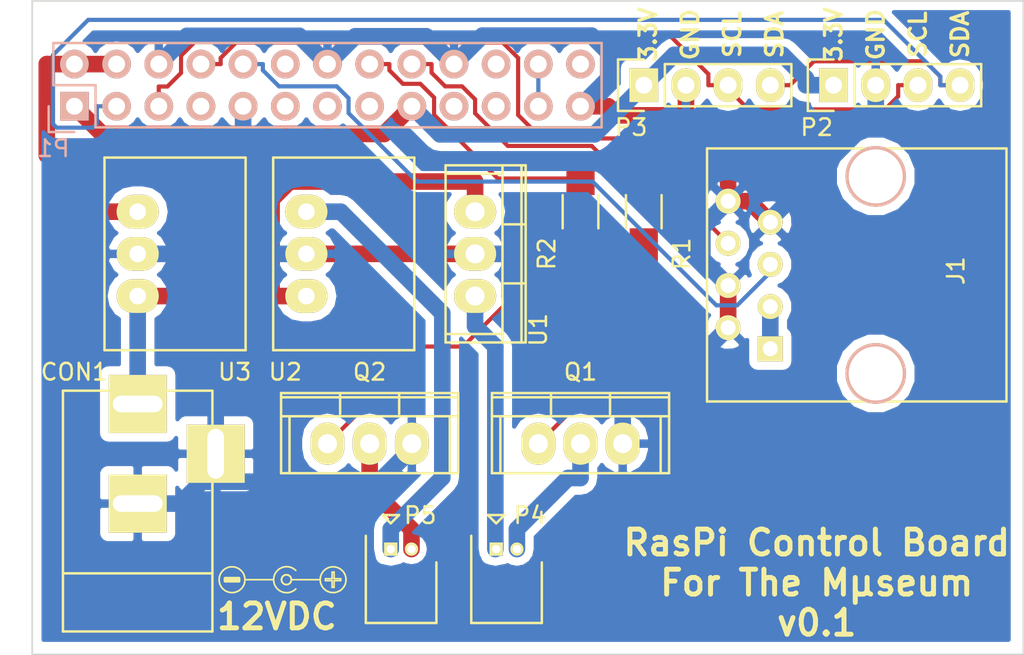
<source format=kicad_pcb>
(kicad_pcb (version 4) (host pcbnew "(2015-05-23 BZR 5679)-product")

  (general
    (links 41)
    (no_connects 0)
    (area 130.524092 88.849999 210.304525 128.320001)
    (thickness 1.6)
    (drawings 152)
    (tracks 174)
    (zones 0)
    (modules 15)
    (nets 28)
  )

  (page A4)
  (layers
    (0 F.Cu signal)
    (31 B.Cu signal)
    (32 B.Adhes user)
    (33 F.Adhes user)
    (34 B.Paste user)
    (35 F.Paste user)
    (36 B.SilkS user)
    (37 F.SilkS user)
    (38 B.Mask user)
    (39 F.Mask user)
    (40 Dwgs.User user)
    (41 Cmts.User user)
    (42 Eco1.User user)
    (43 Eco2.User user)
    (44 Edge.Cuts user)
    (45 Margin user)
    (46 B.CrtYd user)
    (47 F.CrtYd user)
    (48 B.Fab user)
    (49 F.Fab user)
  )

  (setup
    (last_trace_width 0.25)
    (trace_clearance 0.2)
    (zone_clearance 0.508)
    (zone_45_only no)
    (trace_min 0.2)
    (segment_width 0.2)
    (edge_width 0.1)
    (via_size 0.6)
    (via_drill 0.4)
    (via_min_size 0.4)
    (via_min_drill 0.3)
    (uvia_size 0.3)
    (uvia_drill 0.1)
    (uvias_allowed no)
    (uvia_min_size 0.2)
    (uvia_min_drill 0.1)
    (pcb_text_width 0.3)
    (pcb_text_size 1.5 1.5)
    (mod_edge_width 0.15)
    (mod_text_size 1 1)
    (mod_text_width 0.15)
    (pad_size 1.5 1.5)
    (pad_drill 0.6)
    (pad_to_mask_clearance 0)
    (aux_axis_origin 0 0)
    (visible_elements FFFFFF7F)
    (pcbplotparams
      (layerselection 0x010f0_80000001)
      (usegerberextensions true)
      (excludeedgelayer true)
      (linewidth 0.100000)
      (plotframeref false)
      (viasonmask false)
      (mode 1)
      (useauxorigin false)
      (hpglpennumber 1)
      (hpglpenspeed 20)
      (hpglpendiameter 15)
      (hpglpenoverlay 2)
      (psnegative false)
      (psa4output false)
      (plotreference true)
      (plotvalue true)
      (plotinvisibletext false)
      (padsonsilk false)
      (subtractmaskfromsilk false)
      (outputformat 1)
      (mirror false)
      (drillshape 0)
      (scaleselection 1)
      (outputdirectory out/))
  )

  (net 0 "")
  (net 1 12V_BATT)
  (net 2 GND)
  (net 3 TRACER_12V)
  (net 4 +3.3V)
  (net 5 +5V)
  (net 6 RASPI_SDA)
  (net 7 RASPI_SCL)
  (net 8 RASPI_GPIO_04)
  (net 9 +12V)
  (net 10 TRACER_TXD)
  (net 11 RASPI_5V)
  (net 12 RASPI_GPIO_17)
  (net 13 RASPI_GPIO_18)
  (net 14 RASPI_GPIO_21)
  (net 15 RASPI_GPIO_22)
  (net 16 RASPI_GPIO_23)
  (net 17 RASPI_GPIO_24)
  (net 18 RASPI_GPIO_10)
  (net 19 RASPI_GPIO_09)
  (net 20 RASPI_GPIO_25)
  (net 21 RASPI_GPIO_08)
  (net 22 RASPI_GPIO_07)
  (net 23 "Net-(Q1-Pad1)")
  (net 24 "Net-(Q2-Pad1)")
  (net 25 RASPI_TXD)
  (net 26 /12V_GND_SW)
  (net 27 /5V_GND_SW)

  (net_class Default "This is the default net class."
    (clearance 0.2)
    (trace_width 0.25)
    (via_dia 0.6)
    (via_drill 0.4)
    (uvia_dia 0.3)
    (uvia_drill 0.1)
    (add_net "Net-(Q1-Pad1)")
    (add_net "Net-(Q2-Pad1)")
    (add_net RASPI_GPIO_04)
    (add_net RASPI_GPIO_07)
    (add_net RASPI_GPIO_08)
    (add_net RASPI_GPIO_09)
    (add_net RASPI_GPIO_10)
    (add_net RASPI_GPIO_17)
    (add_net RASPI_GPIO_18)
    (add_net RASPI_GPIO_21)
    (add_net RASPI_GPIO_22)
    (add_net RASPI_GPIO_23)
    (add_net RASPI_GPIO_24)
    (add_net RASPI_GPIO_25)
    (add_net RASPI_SCL)
    (add_net RASPI_SDA)
    (add_net RASPI_TXD)
    (add_net TRACER_TXD)
  )

  (net_class Ground ""
    (clearance 0.3)
    (trace_width 1)
    (via_dia 0.6)
    (via_drill 0.4)
    (uvia_dia 0.3)
    (uvia_drill 0.1)
    (add_net /12V_GND_SW)
    (add_net /5V_GND_SW)
    (add_net GND)
  )

  (net_class Power ""
    (clearance 0.3)
    (trace_width 1)
    (via_dia 0.6)
    (via_drill 0.4)
    (uvia_dia 0.3)
    (uvia_drill 0.1)
    (add_net +12V)
    (add_net +3.3V)
    (add_net +5V)
    (add_net 12V_BATT)
    (add_net RASPI_5V)
    (add_net TRACER_12V)
  )

  (module Connect:BARREL_JACK (layer F.Cu) (tedit 5563FBF2) (tstamp 556385C4)
    (at 140.97 119.38 90)
    (descr "DC Barrel Jack")
    (tags "Power Jack")
    (path /556367CB)
    (fp_text reference CON1 (at 8.128 -3.81 180) (layer F.SilkS)
      (effects (font (size 1 1) (thickness 0.15)))
    )
    (fp_text value UNREG_VIN (at 0 -5.99948 90) (layer F.Fab)
      (effects (font (size 1 1) (thickness 0.15)))
    )
    (fp_line (start -4.0005 -4.50088) (end -4.0005 4.50088) (layer F.SilkS) (width 0.15))
    (fp_line (start -7.50062 -4.50088) (end -7.50062 4.50088) (layer F.SilkS) (width 0.15))
    (fp_line (start -7.50062 4.50088) (end 7.00024 4.50088) (layer F.SilkS) (width 0.15))
    (fp_line (start 7.00024 4.50088) (end 7.00024 -4.50088) (layer F.SilkS) (width 0.15))
    (fp_line (start 7.00024 -4.50088) (end -7.50062 -4.50088) (layer F.SilkS) (width 0.15))
    (pad 1 thru_hole rect (at 6.20014 0 90) (size 3.50012 3.50012) (drill oval 1.00076 2.99974) (layers *.Cu *.Mask F.SilkS)
      (net 1 12V_BATT))
    (pad 2 thru_hole rect (at 0.20066 0 90) (size 3.50012 3.50012) (drill oval 1.00076 2.99974) (layers *.Cu *.Mask F.SilkS)
      (net 2 GND))
    (pad 3 thru_hole rect (at 3.2004 4.699 90) (size 3.50012 3.50012) (drill oval 2.99974 1.00076) (layers *.Cu *.Mask F.SilkS)
      (net 2 GND))
    (model Connect.3dshapes/JACK_ALIM.wrl
      (at (xyz 0 0 0))
      (scale (xyz 0.8 0.8 0.8))
      (rotate (xyz 0 0 0))
    )
  )

  (module Connect:RJ45_8 (layer F.Cu) (tedit 5563F1B0) (tstamp 556385D2)
    (at 185.42 105.41 90)
    (tags RJ45)
    (path /556335C9)
    (fp_text reference J1 (at 0.254 4.826 90) (layer F.SilkS)
      (effects (font (size 1 1) (thickness 0.15)))
    )
    (fp_text value RJ45_TRACER (at 0 6.35 90) (layer F.Fab)
      (effects (font (size 1 1) (thickness 0.15)))
    )
    (fp_line (start -7.62 7.874) (end 7.62 7.874) (layer F.SilkS) (width 0.15))
    (fp_line (start 7.62 7.874) (end 7.62 -10.16) (layer F.SilkS) (width 0.15))
    (fp_line (start 7.62 -10.16) (end -7.62 -10.16) (layer F.SilkS) (width 0.15))
    (fp_line (start -7.62 -10.16) (end -7.62 7.874) (layer F.SilkS) (width 0.15))
    (pad Hole np_thru_hole circle (at 5.93852 0 90) (size 3.64998 3.64998) (drill 3.2512) (layers *.Cu *.SilkS *.Mask))
    (pad Hole np_thru_hole circle (at -5.9309 0 90) (size 3.64998 3.64998) (drill 3.2512) (layers *.Cu *.SilkS *.Mask))
    (pad 1 thru_hole rect (at -4.445 -6.35 90) (size 1.50114 1.50114) (drill 0.89916) (layers *.Cu *.Mask F.SilkS)
      (net 3 TRACER_12V))
    (pad 2 thru_hole circle (at -3.175 -8.89 90) (size 1.50114 1.50114) (drill 0.89916) (layers *.Cu *.Mask F.SilkS)
      (net 2 GND))
    (pad 3 thru_hole circle (at -1.905 -6.35 90) (size 1.50114 1.50114) (drill 0.89916) (layers *.Cu *.Mask F.SilkS)
      (net 3 TRACER_12V))
    (pad 4 thru_hole circle (at -0.635 -8.89 90) (size 1.50114 1.50114) (drill 0.89916) (layers *.Cu *.Mask F.SilkS)
      (net 2 GND))
    (pad 5 thru_hole circle (at 0.635 -6.35 90) (size 1.50114 1.50114) (drill 0.89916) (layers *.Cu *.Mask F.SilkS)
      (net 10 TRACER_TXD))
    (pad 6 thru_hole circle (at 1.905 -8.89 90) (size 1.50114 1.50114) (drill 0.89916) (layers *.Cu *.Mask F.SilkS)
      (net 25 RASPI_TXD))
    (pad 7 thru_hole circle (at 3.175 -6.35 90) (size 1.50114 1.50114) (drill 0.89916) (layers *.Cu *.Mask F.SilkS)
      (net 2 GND))
    (pad 8 thru_hole circle (at 4.445 -8.89 90) (size 1.50114 1.50114) (drill 0.89916) (layers *.Cu *.Mask F.SilkS)
      (net 2 GND))
    (model Connect.3dshapes/RJ45_8.wrl
      (at (xyz 0 0 0))
      (scale (xyz 0.4 0.4 0.4))
      (rotate (xyz 0 0 0))
    )
  )

  (module Pin_Headers:Pin_Header_Straight_1x04 (layer F.Cu) (tedit 55685CB7) (tstamp 556385F8)
    (at 182.88 93.98 90)
    (descr "Through hole pin header")
    (tags "pin header")
    (path /5563C524)
    (fp_text reference P2 (at -2.54 -1.016 180) (layer F.SilkS)
      (effects (font (size 1 1) (thickness 0.15)))
    )
    (fp_text value I2C_2 (at 0 -3.1 90) (layer F.Fab)
      (effects (font (size 1 1) (thickness 0.15)))
    )
    (fp_line (start -1.75 -1.75) (end -1.75 9.4) (layer F.CrtYd) (width 0.05))
    (fp_line (start 1.75 -1.75) (end 1.75 9.4) (layer F.CrtYd) (width 0.05))
    (fp_line (start -1.75 -1.75) (end 1.75 -1.75) (layer F.CrtYd) (width 0.05))
    (fp_line (start -1.75 9.4) (end 1.75 9.4) (layer F.CrtYd) (width 0.05))
    (fp_line (start -1.27 1.27) (end -1.27 8.89) (layer F.SilkS) (width 0.15))
    (fp_line (start 1.27 1.27) (end 1.27 8.89) (layer F.SilkS) (width 0.15))
    (fp_line (start 1.55 -1.55) (end 1.55 0) (layer F.SilkS) (width 0.15))
    (fp_line (start -1.27 8.89) (end 1.27 8.89) (layer F.SilkS) (width 0.15))
    (fp_line (start 1.27 1.27) (end -1.27 1.27) (layer F.SilkS) (width 0.15))
    (fp_line (start -1.55 0) (end -1.55 -1.55) (layer F.SilkS) (width 0.15))
    (fp_line (start -1.55 -1.55) (end 1.55 -1.55) (layer F.SilkS) (width 0.15))
    (pad 1 thru_hole rect (at 0 0 90) (size 2.032 1.7272) (drill 1.016) (layers *.Cu *.Mask F.SilkS)
      (net 4 +3.3V))
    (pad 2 thru_hole oval (at 0 2.54 90) (size 2.032 1.7272) (drill 1.016) (layers *.Cu *.Mask F.SilkS)
      (net 2 GND))
    (pad 3 thru_hole oval (at 0 5.08 90) (size 2.032 1.7272) (drill 1.016) (layers *.Cu *.Mask F.SilkS)
      (net 7 RASPI_SCL))
    (pad 4 thru_hole oval (at 0 7.62 90) (size 2.032 1.7272) (drill 1.016) (layers *.Cu *.Mask F.SilkS)
      (net 6 RASPI_SDA))
    (model Pin_Headers.3dshapes/Pin_Header_Straight_1x04.wrl
      (at (xyz 0 -0.15 0))
      (scale (xyz 1 1 1))
      (rotate (xyz 0 0 90))
    )
  )

  (module Pin_Headers:Pin_Header_Straight_1x04 (layer F.Cu) (tedit 55685CBB) (tstamp 55638600)
    (at 171.45 93.98 90)
    (descr "Through hole pin header")
    (tags "pin header")
    (path /5563CE49)
    (fp_text reference P3 (at -2.54 -0.762 180) (layer F.SilkS)
      (effects (font (size 1 1) (thickness 0.15)))
    )
    (fp_text value I2C_1 (at 0 -3.1 90) (layer F.Fab)
      (effects (font (size 1 1) (thickness 0.15)))
    )
    (fp_line (start -1.75 -1.75) (end -1.75 9.4) (layer F.CrtYd) (width 0.05))
    (fp_line (start 1.75 -1.75) (end 1.75 9.4) (layer F.CrtYd) (width 0.05))
    (fp_line (start -1.75 -1.75) (end 1.75 -1.75) (layer F.CrtYd) (width 0.05))
    (fp_line (start -1.75 9.4) (end 1.75 9.4) (layer F.CrtYd) (width 0.05))
    (fp_line (start -1.27 1.27) (end -1.27 8.89) (layer F.SilkS) (width 0.15))
    (fp_line (start 1.27 1.27) (end 1.27 8.89) (layer F.SilkS) (width 0.15))
    (fp_line (start 1.55 -1.55) (end 1.55 0) (layer F.SilkS) (width 0.15))
    (fp_line (start -1.27 8.89) (end 1.27 8.89) (layer F.SilkS) (width 0.15))
    (fp_line (start 1.27 1.27) (end -1.27 1.27) (layer F.SilkS) (width 0.15))
    (fp_line (start -1.55 0) (end -1.55 -1.55) (layer F.SilkS) (width 0.15))
    (fp_line (start -1.55 -1.55) (end 1.55 -1.55) (layer F.SilkS) (width 0.15))
    (pad 1 thru_hole rect (at 0 0 90) (size 2.032 1.7272) (drill 1.016) (layers *.Cu *.Mask F.SilkS)
      (net 4 +3.3V))
    (pad 2 thru_hole oval (at 0 2.54 90) (size 2.032 1.7272) (drill 1.016) (layers *.Cu *.Mask F.SilkS)
      (net 2 GND))
    (pad 3 thru_hole oval (at 0 5.08 90) (size 2.032 1.7272) (drill 1.016) (layers *.Cu *.Mask F.SilkS)
      (net 7 RASPI_SCL))
    (pad 4 thru_hole oval (at 0 7.62 90) (size 2.032 1.7272) (drill 1.016) (layers *.Cu *.Mask F.SilkS)
      (net 6 RASPI_SDA))
    (model Pin_Headers.3dshapes/Pin_Header_Straight_1x04.wrl
      (at (xyz 0 -0.15 0))
      (scale (xyz 1 1 1))
      (rotate (xyz 0 0 90))
    )
  )

  (module Power_Integrations:TO-220 (layer F.Cu) (tedit 5563FBD0) (tstamp 55638607)
    (at 161.29 104.14 270)
    (descr "Non Isolated JEDEC TO-220 Package")
    (tags "Power Integration YN Package")
    (path /556345AA)
    (fp_text reference U1 (at 4.572 -3.81 270) (layer F.SilkS)
      (effects (font (size 1 1) (thickness 0.15)))
    )
    (fp_text value LM7812CT (at 0 2.54 270) (layer F.Fab)
      (effects (font (size 1 1) (thickness 0.15)))
    )
    (fp_line (start 4.826 -1.651) (end 4.826 1.778) (layer F.SilkS) (width 0.15))
    (fp_line (start -4.826 -1.651) (end -4.826 1.778) (layer F.SilkS) (width 0.15))
    (fp_line (start 5.334 -2.794) (end -5.334 -2.794) (layer F.SilkS) (width 0.15))
    (fp_line (start 1.778 -1.778) (end 1.778 -3.048) (layer F.SilkS) (width 0.15))
    (fp_line (start -1.778 -1.778) (end -1.778 -3.048) (layer F.SilkS) (width 0.15))
    (fp_line (start -5.334 -1.651) (end 5.334 -1.651) (layer F.SilkS) (width 0.15))
    (fp_line (start 5.334 1.778) (end -5.334 1.778) (layer F.SilkS) (width 0.15))
    (fp_line (start -5.334 -3.048) (end -5.334 1.778) (layer F.SilkS) (width 0.15))
    (fp_line (start 5.334 -3.048) (end 5.334 1.778) (layer F.SilkS) (width 0.15))
    (fp_line (start 5.334 -3.048) (end -5.334 -3.048) (layer F.SilkS) (width 0.15))
    (pad 2 thru_hole oval (at 0 0 270) (size 2.032 2.54) (drill 1.143) (layers *.Cu *.Mask F.SilkS)
      (net 2 GND))
    (pad 3 thru_hole oval (at 2.54 0 270) (size 2.032 2.54) (drill 1.143) (layers *.Cu *.Mask F.SilkS)
      (net 9 +12V))
    (pad 1 thru_hole oval (at -2.54 0 270) (size 2.032 2.54) (drill 1.143) (layers *.Cu *.Mask F.SilkS)
      (net 1 12V_BATT))
    (model Transistors_TO-220.3dshapes/TO-220_Neutral123_Vertical.wrl
      (at (xyz 0 0 0))
      (scale (xyz 0.4 0.4 0.4))
      (rotate (xyz 0 0 0))
    )
  )

  (module Converters_DCDC_ACDC:DCDC-Conv_Recom_R-78HBxx-0.5 (layer F.Cu) (tedit 5563FBE4) (tstamp 5563860E)
    (at 151.13 106.68 90)
    (descr "Recom R-78HBxx.0.5")
    (tags "Recom DCDC R-78")
    (path /5563AB33)
    (fp_text reference U2 (at -4.572 -1.27 180) (layer F.SilkS)
      (effects (font (size 1 1) (thickness 0.15)))
    )
    (fp_text value R-785 (at 0 -3.85 90) (layer F.Fab)
      (effects (font (size 1 1) (thickness 0.15)))
    )
    (fp_line (start -3.5 -2.25) (end -3.5 6.75) (layer F.CrtYd) (width 0.05))
    (fp_line (start 8.6 -2.25) (end 8.6 6.75) (layer F.CrtYd) (width 0.05))
    (fp_line (start -3.5 -2.25) (end 8.6 -2.25) (layer F.CrtYd) (width 0.05))
    (fp_line (start -3.5 6.75) (end 8.6 6.75) (layer F.CrtYd) (width 0.05))
    (fp_line (start 8.34 -2) (end 8.34 6.5) (layer F.SilkS) (width 0.15))
    (fp_line (start 8.34 6.5) (end -3.26 6.5) (layer F.SilkS) (width 0.15))
    (fp_line (start -3.26 6.5) (end -3.26 -2) (layer F.SilkS) (width 0.15))
    (fp_line (start -3.26 -2) (end 8.34 -2) (layer F.SilkS) (width 0.15))
    (pad 2 thru_hole oval (at 2.54 0 90) (size 2.032 2.54) (drill 1) (layers *.Cu *.Mask F.SilkS)
      (net 2 GND))
    (pad 3 thru_hole oval (at 5.08 0 90) (size 2.032 2.54) (drill 1) (layers *.Cu *.Mask F.SilkS)
      (net 5 +5V))
    (pad 1 thru_hole oval (at 0 0 90) (size 2.032 2.54) (drill 1) (layers *.Cu *.Mask F.SilkS)
      (net 1 12V_BATT))
  )

  (module Converters_DCDC_ACDC:DCDC-Conv_Recom_R-78HBxx-0.5 (layer F.Cu) (tedit 5563FBE9) (tstamp 5563E2BC)
    (at 140.97 106.68 90)
    (descr "Recom R-78HBxx.0.5")
    (tags "Recom DCDC R-78")
    (path /5563CDCE)
    (fp_text reference U3 (at -4.572 5.842 180) (layer F.SilkS)
      (effects (font (size 1 1) (thickness 0.15)))
    )
    (fp_text value R-785 (at 0 -3.85 90) (layer F.Fab)
      (effects (font (size 1 1) (thickness 0.15)))
    )
    (fp_line (start -3.5 -2.25) (end -3.5 6.75) (layer F.CrtYd) (width 0.05))
    (fp_line (start 8.6 -2.25) (end 8.6 6.75) (layer F.CrtYd) (width 0.05))
    (fp_line (start -3.5 -2.25) (end 8.6 -2.25) (layer F.CrtYd) (width 0.05))
    (fp_line (start -3.5 6.75) (end 8.6 6.75) (layer F.CrtYd) (width 0.05))
    (fp_line (start 8.34 -2) (end 8.34 6.5) (layer F.SilkS) (width 0.15))
    (fp_line (start 8.34 6.5) (end -3.26 6.5) (layer F.SilkS) (width 0.15))
    (fp_line (start -3.26 6.5) (end -3.26 -2) (layer F.SilkS) (width 0.15))
    (fp_line (start -3.26 -2) (end 8.34 -2) (layer F.SilkS) (width 0.15))
    (pad 2 thru_hole oval (at 2.54 0 90) (size 2.032 2.54) (drill 1) (layers *.Cu *.Mask F.SilkS)
      (net 2 GND))
    (pad 3 thru_hole oval (at 5.08 0 90) (size 2.032 2.54) (drill 1) (layers *.Cu *.Mask F.SilkS)
      (net 11 RASPI_5V))
    (pad 1 thru_hole oval (at 0 0 90) (size 2.032 2.54) (drill 1) (layers *.Cu *.Mask F.SilkS)
      (net 1 12V_BATT))
  )

  (module Power_Integrations:TO-220 (layer F.Cu) (tedit 0) (tstamp 5563E3B3)
    (at 167.64 115.57)
    (descr "Non Isolated JEDEC TO-220 Package")
    (tags "Power Integration YN Package")
    (path /5563DC4D)
    (fp_text reference Q1 (at 0 -4.318) (layer F.SilkS)
      (effects (font (size 1 1) (thickness 0.15)))
    )
    (fp_text value IRFZ44N (at 0 -4.318) (layer F.Fab)
      (effects (font (size 1 1) (thickness 0.15)))
    )
    (fp_line (start 4.826 -1.651) (end 4.826 1.778) (layer F.SilkS) (width 0.15))
    (fp_line (start -4.826 -1.651) (end -4.826 1.778) (layer F.SilkS) (width 0.15))
    (fp_line (start 5.334 -2.794) (end -5.334 -2.794) (layer F.SilkS) (width 0.15))
    (fp_line (start 1.778 -1.778) (end 1.778 -3.048) (layer F.SilkS) (width 0.15))
    (fp_line (start -1.778 -1.778) (end -1.778 -3.048) (layer F.SilkS) (width 0.15))
    (fp_line (start -5.334 -1.651) (end 5.334 -1.651) (layer F.SilkS) (width 0.15))
    (fp_line (start 5.334 1.778) (end -5.334 1.778) (layer F.SilkS) (width 0.15))
    (fp_line (start -5.334 -3.048) (end -5.334 1.778) (layer F.SilkS) (width 0.15))
    (fp_line (start 5.334 -3.048) (end 5.334 1.778) (layer F.SilkS) (width 0.15))
    (fp_line (start 5.334 -3.048) (end -5.334 -3.048) (layer F.SilkS) (width 0.15))
    (pad 2 thru_hole oval (at 0 0) (size 2.032 2.54) (drill 1.143) (layers *.Cu *.Mask F.SilkS)
      (net 26 /12V_GND_SW))
    (pad 3 thru_hole oval (at 2.54 0) (size 2.032 2.54) (drill 1.143) (layers *.Cu *.Mask F.SilkS)
      (net 2 GND))
    (pad 1 thru_hole oval (at -2.54 0) (size 2.032 2.54) (drill 1.143) (layers *.Cu *.Mask F.SilkS)
      (net 23 "Net-(Q1-Pad1)"))
    (model Transistors_TO-220.3dshapes/TO-220_Neutral123_Vertical.wrl
      (at (xyz 0 0 0))
      (scale (xyz 0.4 0.4 0.4))
      (rotate (xyz 0 0 0))
    )
  )

  (module Power_Integrations:TO-220 (layer F.Cu) (tedit 0) (tstamp 5563E3C3)
    (at 154.94 115.57)
    (descr "Non Isolated JEDEC TO-220 Package")
    (tags "Power Integration YN Package")
    (path /5563E10D)
    (fp_text reference Q2 (at 0 -4.318) (layer F.SilkS)
      (effects (font (size 1 1) (thickness 0.15)))
    )
    (fp_text value IRFZ44N (at 0 -4.318) (layer F.Fab)
      (effects (font (size 1 1) (thickness 0.15)))
    )
    (fp_line (start 4.826 -1.651) (end 4.826 1.778) (layer F.SilkS) (width 0.15))
    (fp_line (start -4.826 -1.651) (end -4.826 1.778) (layer F.SilkS) (width 0.15))
    (fp_line (start 5.334 -2.794) (end -5.334 -2.794) (layer F.SilkS) (width 0.15))
    (fp_line (start 1.778 -1.778) (end 1.778 -3.048) (layer F.SilkS) (width 0.15))
    (fp_line (start -1.778 -1.778) (end -1.778 -3.048) (layer F.SilkS) (width 0.15))
    (fp_line (start -5.334 -1.651) (end 5.334 -1.651) (layer F.SilkS) (width 0.15))
    (fp_line (start 5.334 1.778) (end -5.334 1.778) (layer F.SilkS) (width 0.15))
    (fp_line (start -5.334 -3.048) (end -5.334 1.778) (layer F.SilkS) (width 0.15))
    (fp_line (start 5.334 -3.048) (end 5.334 1.778) (layer F.SilkS) (width 0.15))
    (fp_line (start 5.334 -3.048) (end -5.334 -3.048) (layer F.SilkS) (width 0.15))
    (pad 2 thru_hole oval (at 0 0) (size 2.032 2.54) (drill 1.143) (layers *.Cu *.Mask F.SilkS)
      (net 27 /5V_GND_SW))
    (pad 3 thru_hole oval (at 2.54 0) (size 2.032 2.54) (drill 1.143) (layers *.Cu *.Mask F.SilkS)
      (net 2 GND))
    (pad 1 thru_hole oval (at -2.54 0) (size 2.032 2.54) (drill 1.143) (layers *.Cu *.Mask F.SilkS)
      (net 24 "Net-(Q2-Pad1)"))
    (model Transistors_TO-220.3dshapes/TO-220_Neutral123_Vertical.wrl
      (at (xyz 0 0 0))
      (scale (xyz 0.4 0.4 0.4))
      (rotate (xyz 0 0 0))
    )
  )

  (module Resistors_SMD:R_1206_HandSoldering (layer F.Cu) (tedit 5563FBCA) (tstamp 5563E3D3)
    (at 171.45 101.6 270)
    (descr "Resistor SMD 1206, hand soldering")
    (tags "resistor 1206")
    (path /5563E3B0)
    (attr smd)
    (fp_text reference R1 (at 2.54 -2.286 270) (layer F.SilkS)
      (effects (font (size 1 1) (thickness 0.15)))
    )
    (fp_text value 10K (at 0 2.3 270) (layer F.Fab)
      (effects (font (size 1 1) (thickness 0.15)))
    )
    (fp_line (start -3.3 -1.2) (end 3.3 -1.2) (layer F.CrtYd) (width 0.05))
    (fp_line (start -3.3 1.2) (end 3.3 1.2) (layer F.CrtYd) (width 0.05))
    (fp_line (start -3.3 -1.2) (end -3.3 1.2) (layer F.CrtYd) (width 0.05))
    (fp_line (start 3.3 -1.2) (end 3.3 1.2) (layer F.CrtYd) (width 0.05))
    (fp_line (start 1 1.075) (end -1 1.075) (layer F.SilkS) (width 0.15))
    (fp_line (start -1 -1.075) (end 1 -1.075) (layer F.SilkS) (width 0.15))
    (pad 1 smd rect (at -2 0 270) (size 2 1.7) (layers F.Cu F.Paste F.Mask)
      (net 17 RASPI_GPIO_24))
    (pad 2 smd rect (at 2 0 270) (size 2 1.7) (layers F.Cu F.Paste F.Mask)
      (net 23 "Net-(Q1-Pad1)"))
    (model Resistors_SMD.3dshapes/R_1206_HandSoldering.wrl
      (at (xyz 0 0 0))
      (scale (xyz 1 1 1))
      (rotate (xyz 0 0 0))
    )
  )

  (module Resistors_SMD:R_1206_HandSoldering (layer F.Cu) (tedit 5563FBC5) (tstamp 5563E3D8)
    (at 167.64 101.6 270)
    (descr "Resistor SMD 1206, hand soldering")
    (tags "resistor 1206")
    (path /556414C6)
    (attr smd)
    (fp_text reference R2 (at 2.54 2.032 270) (layer F.SilkS)
      (effects (font (size 1 1) (thickness 0.15)))
    )
    (fp_text value 10K (at 0 2.3 270) (layer F.Fab)
      (effects (font (size 1 1) (thickness 0.15)))
    )
    (fp_line (start -3.3 -1.2) (end 3.3 -1.2) (layer F.CrtYd) (width 0.05))
    (fp_line (start -3.3 1.2) (end 3.3 1.2) (layer F.CrtYd) (width 0.05))
    (fp_line (start -3.3 -1.2) (end -3.3 1.2) (layer F.CrtYd) (width 0.05))
    (fp_line (start 3.3 -1.2) (end 3.3 1.2) (layer F.CrtYd) (width 0.05))
    (fp_line (start 1 1.075) (end -1 1.075) (layer F.SilkS) (width 0.15))
    (fp_line (start -1 -1.075) (end 1 -1.075) (layer F.SilkS) (width 0.15))
    (pad 1 smd rect (at -2 0 270) (size 2 1.7) (layers F.Cu F.Paste F.Mask)
      (net 16 RASPI_GPIO_23))
    (pad 2 smd rect (at 2 0 270) (size 2 1.7) (layers F.Cu F.Paste F.Mask)
      (net 24 "Net-(Q2-Pad1)"))
    (model Resistors_SMD.3dshapes/R_1206_HandSoldering.wrl
      (at (xyz 0 0 0))
      (scale (xyz 1 1 1))
      (rotate (xyz 0 0 0))
    )
  )

  (module Connectors_Molex:Connector_Molex_PicoBlade_53048-0210 (layer F.Cu) (tedit 5563FBF7) (tstamp 5563EB16)
    (at 162.56 121.92)
    (descr "Molex PicoBlade 1.25mm shrouded header. Vertical. 2 ways")
    (path /55644BD8)
    (fp_text reference P4 (at 2.032 -2.032) (layer F.SilkS)
      (effects (font (size 1 1) (thickness 0.15)))
    )
    (fp_text value 12V_LOAD (at 3.81 5.08) (layer F.Fab)
      (effects (font (size 1 1) (thickness 0.15)))
    )
    (fp_line (start -1.5 -0.8) (end -1.5 4.45) (layer F.SilkS) (width 0.15))
    (fp_line (start -1.5 4.45) (end 2.75 4.45) (layer F.SilkS) (width 0.15))
    (fp_line (start 2.75 4.45) (end 2.75 0.8) (layer F.SilkS) (width 0.15))
    (fp_line (start 0 -1.55) (end -0.5 -2.05) (layer F.SilkS) (width 0.15))
    (fp_line (start -0.5 -2.05) (end 0.5 -2.05) (layer F.SilkS) (width 0.15))
    (fp_line (start 0.5 -2.05) (end 0 -1.55) (layer F.SilkS) (width 0.15))
    (fp_line (start 0.5 -1.05) (end -1.5 0.95) (layer F.Adhes) (width 0.2))
    (fp_line (start -1.5 0.95) (end -1.5 4.45) (layer F.Adhes) (width 0.2))
    (fp_line (start -1.5 4.45) (end 2.75 4.45) (layer F.Adhes) (width 0.2))
    (fp_line (start 2.75 4.45) (end 2.75 -1.05) (layer F.Adhes) (width 0.2))
    (fp_line (start 2.75 -1.05) (end 0.5 -1.05) (layer F.Adhes) (width 0.2))
    (pad 1 thru_hole rect (at 0 0) (size 0.8 0.8) (drill 0.5) (layers *.Cu *.Mask F.SilkS)
      (net 9 +12V))
    (pad 2 thru_hole oval (at 1.25 0) (size 0.8 0.8) (drill 0.5) (layers *.Cu *.Mask F.SilkS)
      (net 26 /12V_GND_SW))
  )

  (module Connectors_Molex:Connector_Molex_PicoBlade_53048-0210 (layer F.Cu) (tedit 5563FBFF) (tstamp 5563EB36)
    (at 156.21 121.92)
    (descr "Molex PicoBlade 1.25mm shrouded header. Vertical. 2 ways")
    (path /55644D44)
    (fp_text reference P5 (at 1.778 -2.032) (layer F.SilkS)
      (effects (font (size 1 1) (thickness 0.15)))
    )
    (fp_text value 5V_LOAD (at -2.54 5.08) (layer F.Fab)
      (effects (font (size 1 1) (thickness 0.15)))
    )
    (fp_line (start -1.5 -0.8) (end -1.5 4.45) (layer F.SilkS) (width 0.15))
    (fp_line (start -1.5 4.45) (end 2.75 4.45) (layer F.SilkS) (width 0.15))
    (fp_line (start 2.75 4.45) (end 2.75 0.8) (layer F.SilkS) (width 0.15))
    (fp_line (start 0 -1.55) (end -0.5 -2.05) (layer F.SilkS) (width 0.15))
    (fp_line (start -0.5 -2.05) (end 0.5 -2.05) (layer F.SilkS) (width 0.15))
    (fp_line (start 0.5 -2.05) (end 0 -1.55) (layer F.SilkS) (width 0.15))
    (fp_line (start 0.5 -1.05) (end -1.5 0.95) (layer F.Adhes) (width 0.2))
    (fp_line (start -1.5 0.95) (end -1.5 4.45) (layer F.Adhes) (width 0.2))
    (fp_line (start -1.5 4.45) (end 2.75 4.45) (layer F.Adhes) (width 0.2))
    (fp_line (start 2.75 4.45) (end 2.75 -1.05) (layer F.Adhes) (width 0.2))
    (fp_line (start 2.75 -1.05) (end 0.5 -1.05) (layer F.Adhes) (width 0.2))
    (pad 1 thru_hole rect (at 0 0) (size 0.8 0.8) (drill 0.5) (layers *.Cu *.Mask F.SilkS)
      (net 5 +5V))
    (pad 2 thru_hole oval (at 1.25 0) (size 0.8 0.8) (drill 0.5) (layers *.Cu *.Mask F.SilkS)
      (net 27 /5V_GND_SW))
  )

  (module Socket_Strips:Socket_Strip_Straight_2x13 (layer B.Cu) (tedit 5563FB70) (tstamp 5563F25F)
    (at 137.16 95.25)
    (descr "Through hole socket strip")
    (tags "socket strip")
    (path /55633551)
    (fp_text reference P1 (at -1.27 2.54) (layer B.SilkS)
      (effects (font (size 1 1) (thickness 0.15)) (justify mirror))
    )
    (fp_text value CONN_13X2 (at 0 3.1) (layer B.Fab)
      (effects (font (size 1 1) (thickness 0.15)) (justify mirror))
    )
    (fp_line (start -1.75 1.75) (end -1.75 -4.3) (layer B.CrtYd) (width 0.05))
    (fp_line (start 32.25 1.75) (end 32.25 -4.3) (layer B.CrtYd) (width 0.05))
    (fp_line (start -1.75 1.75) (end 32.25 1.75) (layer B.CrtYd) (width 0.05))
    (fp_line (start -1.75 -4.3) (end 32.25 -4.3) (layer B.CrtYd) (width 0.05))
    (fp_line (start -1.27 -3.81) (end 31.75 -3.81) (layer B.SilkS) (width 0.15))
    (fp_line (start 1.27 1.27) (end 31.75 1.27) (layer B.SilkS) (width 0.15))
    (fp_line (start 31.75 -3.81) (end 31.75 1.27) (layer B.SilkS) (width 0.15))
    (fp_line (start -1.27 -3.81) (end -1.27 -1.27) (layer B.SilkS) (width 0.15))
    (fp_line (start 0 1.55) (end -1.55 1.55) (layer B.SilkS) (width 0.15))
    (fp_line (start -1.27 -1.27) (end 1.27 -1.27) (layer B.SilkS) (width 0.15))
    (fp_line (start 1.27 -1.27) (end 1.27 1.27) (layer B.SilkS) (width 0.15))
    (fp_line (start -1.55 1.55) (end -1.55 0) (layer B.SilkS) (width 0.15))
    (pad 1 thru_hole rect (at 0 0) (size 1.7272 1.7272) (drill 1.016) (layers *.Cu *.Mask B.SilkS)
      (net 4 +3.3V))
    (pad 2 thru_hole oval (at 0 -2.54) (size 1.7272 1.7272) (drill 1.016) (layers *.Cu *.Mask B.SilkS)
      (net 11 RASPI_5V))
    (pad 3 thru_hole oval (at 2.54 0) (size 1.7272 1.7272) (drill 1.016) (layers *.Cu *.Mask B.SilkS)
      (net 6 RASPI_SDA))
    (pad 4 thru_hole oval (at 2.54 -2.54) (size 1.7272 1.7272) (drill 1.016) (layers *.Cu *.Mask B.SilkS)
      (net 11 RASPI_5V))
    (pad 5 thru_hole oval (at 5.08 0) (size 1.7272 1.7272) (drill 1.016) (layers *.Cu *.Mask B.SilkS)
      (net 7 RASPI_SCL))
    (pad 6 thru_hole oval (at 5.08 -2.54) (size 1.7272 1.7272) (drill 1.016) (layers *.Cu *.Mask B.SilkS)
      (net 2 GND))
    (pad 7 thru_hole oval (at 7.62 0) (size 1.7272 1.7272) (drill 1.016) (layers *.Cu *.Mask B.SilkS)
      (net 8 RASPI_GPIO_04))
    (pad 8 thru_hole oval (at 7.62 -2.54) (size 1.7272 1.7272) (drill 1.016) (layers *.Cu *.Mask B.SilkS)
      (net 25 RASPI_TXD))
    (pad 9 thru_hole oval (at 10.16 0) (size 1.7272 1.7272) (drill 1.016) (layers *.Cu *.Mask B.SilkS)
      (net 2 GND))
    (pad 10 thru_hole oval (at 10.16 -2.54) (size 1.7272 1.7272) (drill 1.016) (layers *.Cu *.Mask B.SilkS)
      (net 10 TRACER_TXD))
    (pad 11 thru_hole oval (at 12.7 0) (size 1.7272 1.7272) (drill 1.016) (layers *.Cu *.Mask B.SilkS)
      (net 12 RASPI_GPIO_17))
    (pad 12 thru_hole oval (at 12.7 -2.54) (size 1.7272 1.7272) (drill 1.016) (layers *.Cu *.Mask B.SilkS)
      (net 13 RASPI_GPIO_18))
    (pad 13 thru_hole oval (at 15.24 0) (size 1.7272 1.7272) (drill 1.016) (layers *.Cu *.Mask B.SilkS)
      (net 14 RASPI_GPIO_21))
    (pad 14 thru_hole oval (at 15.24 -2.54) (size 1.7272 1.7272) (drill 1.016) (layers *.Cu *.Mask B.SilkS)
      (net 2 GND))
    (pad 15 thru_hole oval (at 17.78 0) (size 1.7272 1.7272) (drill 1.016) (layers *.Cu *.Mask B.SilkS)
      (net 15 RASPI_GPIO_22))
    (pad 16 thru_hole oval (at 17.78 -2.54) (size 1.7272 1.7272) (drill 1.016) (layers *.Cu *.Mask B.SilkS)
      (net 16 RASPI_GPIO_23))
    (pad 17 thru_hole oval (at 20.32 0) (size 1.7272 1.7272) (drill 1.016) (layers *.Cu *.Mask B.SilkS)
      (net 4 +3.3V))
    (pad 18 thru_hole oval (at 20.32 -2.54) (size 1.7272 1.7272) (drill 1.016) (layers *.Cu *.Mask B.SilkS)
      (net 17 RASPI_GPIO_24))
    (pad 19 thru_hole oval (at 22.86 0) (size 1.7272 1.7272) (drill 1.016) (layers *.Cu *.Mask B.SilkS)
      (net 18 RASPI_GPIO_10))
    (pad 20 thru_hole oval (at 22.86 -2.54) (size 1.7272 1.7272) (drill 1.016) (layers *.Cu *.Mask B.SilkS)
      (net 2 GND))
    (pad 21 thru_hole oval (at 25.4 0) (size 1.7272 1.7272) (drill 1.016) (layers *.Cu *.Mask B.SilkS)
      (net 19 RASPI_GPIO_09))
    (pad 22 thru_hole oval (at 25.4 -2.54) (size 1.7272 1.7272) (drill 1.016) (layers *.Cu *.Mask B.SilkS)
      (net 20 RASPI_GPIO_25))
    (pad 23 thru_hole oval (at 27.94 0) (size 1.7272 1.7272) (drill 1.016) (layers *.Cu *.Mask B.SilkS)
      (net 21 RASPI_GPIO_08))
    (pad 24 thru_hole oval (at 27.94 -2.54) (size 1.7272 1.7272) (drill 1.016) (layers *.Cu *.Mask B.SilkS)
      (net 21 RASPI_GPIO_08))
    (pad 25 thru_hole oval (at 30.48 0) (size 1.7272 1.7272) (drill 1.016) (layers *.Cu *.Mask B.SilkS)
      (net 2 GND))
    (pad 26 thru_hole oval (at 30.48 -2.54) (size 1.7272 1.7272) (drill 1.016) (layers *.Cu *.Mask B.SilkS)
      (net 22 RASPI_GPIO_07))
    (model Socket_Strips.3dshapes/Socket_Strip_Straight_2x13.wrl
      (at (xyz 0.6 -0.05 0))
      (scale (xyz 1 1 1))
      (rotate (xyz 0 0 180))
    )
  )

  (module Symbols:Symbol_OSHW-Logo_CopperTop (layer F.Cu) (tedit 5563FEF3) (tstamp 5563FEA4)
    (at 181.864 115.824)
    (descr "Symbol, OSHW-Logo, Copper Top,")
    (tags "Symbol, OSHW-Logo, Copper Top,")
    (fp_text reference REF** (at 6.604 2.032) (layer F.SilkS) hide
      (effects (font (size 1 1) (thickness 0.15)))
    )
    (fp_text value Symbol_OSHW-Logo_CopperTop (at 16.256 3.556) (layer F.Fab) hide
      (effects (font (size 1 1) (thickness 0.15)))
    )
    (fp_line (start 1.66878 2.68986) (end 2.02946 4.16052) (layer F.Cu) (width 0.381))
    (fp_line (start 2.02946 4.16052) (end 2.30886 3.0988) (layer F.Cu) (width 0.381))
    (fp_line (start 2.30886 3.0988) (end 2.61874 4.17068) (layer F.Cu) (width 0.381))
    (fp_line (start 2.61874 4.17068) (end 2.9591 2.72034) (layer F.Cu) (width 0.381))
    (fp_line (start 0.24892 3.38074) (end 1.03886 3.37058) (layer F.Cu) (width 0.381))
    (fp_line (start 1.03886 3.37058) (end 1.04902 3.38074) (layer F.Cu) (width 0.381))
    (fp_line (start 1.04902 3.38074) (end 1.04902 3.37058) (layer F.Cu) (width 0.381))
    (fp_line (start 1.08966 2.65938) (end 1.08966 4.20116) (layer F.Cu) (width 0.381))
    (fp_line (start 0.20066 2.64922) (end 0.20066 4.21894) (layer F.Cu) (width 0.381))
    (fp_line (start 0.20066 4.21894) (end 0.21082 4.20878) (layer F.Cu) (width 0.381))
    (fp_line (start -0.35052 2.75082) (end -0.70104 2.66954) (layer F.Cu) (width 0.381))
    (fp_line (start -0.70104 2.66954) (end -1.02108 2.65938) (layer F.Cu) (width 0.381))
    (fp_line (start -1.02108 2.65938) (end -1.25984 2.86004) (layer F.Cu) (width 0.381))
    (fp_line (start -1.25984 2.86004) (end -1.29032 3.12928) (layer F.Cu) (width 0.381))
    (fp_line (start -1.29032 3.12928) (end -1.04902 3.37058) (layer F.Cu) (width 0.381))
    (fp_line (start -1.04902 3.37058) (end -0.6604 3.50012) (layer F.Cu) (width 0.381))
    (fp_line (start -0.6604 3.50012) (end -0.48006 3.66014) (layer F.Cu) (width 0.381))
    (fp_line (start -0.48006 3.66014) (end -0.43942 3.95986) (layer F.Cu) (width 0.381))
    (fp_line (start -0.43942 3.95986) (end -0.67056 4.18084) (layer F.Cu) (width 0.381))
    (fp_line (start -0.67056 4.18084) (end -0.9906 4.20878) (layer F.Cu) (width 0.381))
    (fp_line (start -0.9906 4.20878) (end -1.34112 4.09956) (layer F.Cu) (width 0.381))
    (fp_line (start -2.37998 2.64922) (end -2.6289 2.66954) (layer F.Cu) (width 0.381))
    (fp_line (start -2.6289 2.66954) (end -2.8702 2.91084) (layer F.Cu) (width 0.381))
    (fp_line (start -2.8702 2.91084) (end -2.9591 3.40106) (layer F.Cu) (width 0.381))
    (fp_line (start -2.9591 3.40106) (end -2.93116 3.74904) (layer F.Cu) (width 0.381))
    (fp_line (start -2.93116 3.74904) (end -2.7305 4.06908) (layer F.Cu) (width 0.381))
    (fp_line (start -2.7305 4.06908) (end -2.47904 4.191) (layer F.Cu) (width 0.381))
    (fp_line (start -2.47904 4.191) (end -2.16916 4.11988) (layer F.Cu) (width 0.381))
    (fp_line (start -2.16916 4.11988) (end -1.95072 3.93954) (layer F.Cu) (width 0.381))
    (fp_line (start -1.95072 3.93954) (end -1.8796 3.4798) (layer F.Cu) (width 0.381))
    (fp_line (start -1.8796 3.4798) (end -1.9304 3.07086) (layer F.Cu) (width 0.381))
    (fp_line (start -1.9304 3.07086) (end -2.03962 2.78892) (layer F.Cu) (width 0.381))
    (fp_line (start -2.03962 2.78892) (end -2.4003 2.65938) (layer F.Cu) (width 0.381))
    (fp_line (start -1.78054 0.92964) (end -2.03962 1.49098) (layer F.Cu) (width 0.381))
    (fp_line (start -2.03962 1.49098) (end -1.50114 2.00914) (layer F.Cu) (width 0.381))
    (fp_line (start -1.50114 2.00914) (end -0.98044 1.7399) (layer F.Cu) (width 0.381))
    (fp_line (start -0.98044 1.7399) (end -0.70104 1.89992) (layer F.Cu) (width 0.381))
    (fp_line (start 0.73914 1.8796) (end 1.06934 1.6891) (layer F.Cu) (width 0.381))
    (fp_line (start 1.06934 1.6891) (end 1.50876 2.0193) (layer F.Cu) (width 0.381))
    (fp_line (start 1.50876 2.0193) (end 1.9812 1.52908) (layer F.Cu) (width 0.381))
    (fp_line (start 1.9812 1.52908) (end 1.69926 1.04902) (layer F.Cu) (width 0.381))
    (fp_line (start 1.69926 1.04902) (end 1.88976 0.57912) (layer F.Cu) (width 0.381))
    (fp_line (start 1.88976 0.57912) (end 2.49936 0.39116) (layer F.Cu) (width 0.381))
    (fp_line (start 2.49936 0.39116) (end 2.49936 -0.28956) (layer F.Cu) (width 0.381))
    (fp_line (start 2.49936 -0.28956) (end 1.94056 -0.42926) (layer F.Cu) (width 0.381))
    (fp_line (start 1.94056 -0.42926) (end 1.7399 -1.00076) (layer F.Cu) (width 0.381))
    (fp_line (start 1.7399 -1.00076) (end 2.00914 -1.47066) (layer F.Cu) (width 0.381))
    (fp_line (start 2.00914 -1.47066) (end 1.53924 -1.9812) (layer F.Cu) (width 0.381))
    (fp_line (start 1.53924 -1.9812) (end 1.02108 -1.71958) (layer F.Cu) (width 0.381))
    (fp_line (start 1.02108 -1.71958) (end 0.55118 -1.92024) (layer F.Cu) (width 0.381))
    (fp_line (start 0.55118 -1.92024) (end 0.381 -2.46126) (layer F.Cu) (width 0.381))
    (fp_line (start 0.381 -2.46126) (end -0.30988 -2.47904) (layer F.Cu) (width 0.381))
    (fp_line (start -0.30988 -2.47904) (end -0.5207 -1.9304) (layer F.Cu) (width 0.381))
    (fp_line (start -0.5207 -1.9304) (end -0.9398 -1.76022) (layer F.Cu) (width 0.381))
    (fp_line (start -0.9398 -1.76022) (end -1.49098 -2.02946) (layer F.Cu) (width 0.381))
    (fp_line (start -1.49098 -2.02946) (end -2.00914 -1.50114) (layer F.Cu) (width 0.381))
    (fp_line (start -2.00914 -1.50114) (end -1.76022 -0.96012) (layer F.Cu) (width 0.381))
    (fp_line (start -1.76022 -0.96012) (end -1.9304 -0.48006) (layer F.Cu) (width 0.381))
    (fp_line (start -1.9304 -0.48006) (end -2.47904 -0.381) (layer F.Cu) (width 0.381))
    (fp_line (start -2.47904 -0.381) (end -2.4892 0.32004) (layer F.Cu) (width 0.381))
    (fp_line (start -2.4892 0.32004) (end -1.9304 0.5207) (layer F.Cu) (width 0.381))
    (fp_line (start -1.9304 0.5207) (end -1.7907 0.91948) (layer F.Cu) (width 0.381))
    (fp_line (start 0.35052 0.89916) (end 0.65024 0.7493) (layer F.Cu) (width 0.381))
    (fp_line (start 0.65024 0.7493) (end 0.8509 0.55118) (layer F.Cu) (width 0.381))
    (fp_line (start 0.8509 0.55118) (end 1.00076 0.14986) (layer F.Cu) (width 0.381))
    (fp_line (start 1.00076 0.14986) (end 1.00076 -0.24892) (layer F.Cu) (width 0.381))
    (fp_line (start 1.00076 -0.24892) (end 0.8509 -0.59944) (layer F.Cu) (width 0.381))
    (fp_line (start 0.8509 -0.59944) (end 0.39878 -0.94996) (layer F.Cu) (width 0.381))
    (fp_line (start 0.39878 -0.94996) (end -0.0508 -1.00076) (layer F.Cu) (width 0.381))
    (fp_line (start -0.0508 -1.00076) (end -0.44958 -0.89916) (layer F.Cu) (width 0.381))
    (fp_line (start -0.44958 -0.89916) (end -0.8509 -0.55118) (layer F.Cu) (width 0.381))
    (fp_line (start -0.8509 -0.55118) (end -1.00076 -0.09906) (layer F.Cu) (width 0.381))
    (fp_line (start -1.00076 -0.09906) (end -0.94996 0.39878) (layer F.Cu) (width 0.381))
    (fp_line (start -0.94996 0.39878) (end -0.70104 0.70104) (layer F.Cu) (width 0.381))
    (fp_line (start -0.70104 0.70104) (end -0.35052 0.89916) (layer F.Cu) (width 0.381))
    (fp_line (start -0.35052 0.89916) (end -0.70104 1.89992) (layer F.Cu) (width 0.381))
    (fp_line (start 0.35052 0.89916) (end 0.7493 1.89992) (layer F.Cu) (width 0.381))
  )

  (gr_text SDA (at 179.324 90.932 90) (layer F.SilkS)
    (effects (font (size 1 1) (thickness 0.2)))
  )
  (gr_text SCL (at 176.784 90.932 90) (layer F.SilkS)
    (effects (font (size 1 1) (thickness 0.2)))
  )
  (gr_text GND (at 174.244 90.932 90) (layer F.SilkS)
    (effects (font (size 1 1) (thickness 0.2)))
  )
  (gr_text 3.3V (at 171.704 90.932 90) (layer F.SilkS)
    (effects (font (size 1 1) (thickness 0.2)))
  )
  (gr_text GND (at 185.42 90.932 90) (layer F.SilkS)
    (effects (font (size 1 1) (thickness 0.2)))
  )
  (gr_text 3.3V (at 182.88 90.932 90) (layer F.SilkS)
    (effects (font (size 1 1) (thickness 0.2)))
  )
  (gr_text SDA (at 190.5 90.932 90) (layer F.SilkS)
    (effects (font (size 1 1) (thickness 0.2)))
  )
  (gr_text SCL (at 187.96 90.932 90) (layer F.SilkS)
    (effects (font (size 1 1) (thickness 0.2)))
  )
  (gr_line (start 153.20019 123.704488) (end 153.20019 123.821783) (layer F.SilkS) (width 0.1))
  (gr_line (start 152.80067 123.704488) (end 153.20019 123.704488) (layer F.SilkS) (width 0.1))
  (gr_line (start 152.80067 123.30496) (end 152.80067 123.704488) (layer F.SilkS) (width 0.1))
  (gr_line (start 152.67897 123.30496) (end 152.80067 123.30496) (layer F.SilkS) (width 0.1))
  (gr_line (start 152.67897 123.704488) (end 152.67897 123.30496) (layer F.SilkS) (width 0.1))
  (gr_line (start 152.27946 123.704488) (end 152.67897 123.704488) (layer F.SilkS) (width 0.1))
  (gr_line (start 152.27946 123.821783) (end 152.27946 123.704488) (layer F.SilkS) (width 0.1))
  (gr_line (start 152.67897 123.821783) (end 152.27946 123.821783) (layer F.SilkS) (width 0.1))
  (gr_line (start 152.67897 124.221251) (end 152.67897 123.821783) (layer F.SilkS) (width 0.1))
  (gr_line (start 152.80067 124.221251) (end 152.67897 124.221251) (layer F.SilkS) (width 0.1))
  (gr_line (start 152.80067 123.821783) (end 152.80067 124.221251) (layer F.SilkS) (width 0.1))
  (gr_line (start 153.20019 123.821783) (end 152.80067 123.821783) (layer F.SilkS) (width 0.1))
  (gr_line (start 146.250428 123.838114) (end 146.250428 123.688103) (layer F.SilkS) (width 0.2))
  (gr_line (start 147.05376 123.838114) (end 146.250428 123.838114) (layer F.SilkS) (width 0.2))
  (gr_line (start 147.05376 123.688103) (end 147.05376 123.838114) (layer F.SilkS) (width 0.2))
  (gr_line (start 146.250428 123.688103) (end 147.05376 123.688103) (layer F.SilkS) (width 0.2))
  (gr_line (start 153.50297 123.60613) (end 153.51882 123.763135) (layer F.SilkS) (width 0.1))
  (gr_line (start 153.45757 123.45991) (end 153.50297 123.60613) (layer F.SilkS) (width 0.1))
  (gr_line (start 153.38574 123.32759) (end 153.45757 123.45991) (layer F.SilkS) (width 0.1))
  (gr_line (start 153.29062 123.2123) (end 153.38574 123.32759) (layer F.SilkS) (width 0.1))
  (gr_line (start 153.17533 123.1172) (end 153.29062 123.2123) (layer F.SilkS) (width 0.1))
  (gr_line (start 153.04301 123.04537) (end 153.17533 123.1172) (layer F.SilkS) (width 0.1))
  (gr_line (start 152.89675 122.99995) (end 153.04301 123.04537) (layer F.SilkS) (width 0.1))
  (gr_line (start 152.73979 122.98416) (end 152.89675 122.99995) (layer F.SilkS) (width 0.1))
  (gr_line (start 152.58278 122.99995) (end 152.73979 122.98416) (layer F.SilkS) (width 0.1))
  (gr_line (start 152.43657 123.04537) (end 152.58278 122.99995) (layer F.SilkS) (width 0.1))
  (gr_line (start 152.30425 123.1172) (end 152.43657 123.04537) (layer F.SilkS) (width 0.1))
  (gr_line (start 152.18896 123.2123) (end 152.30425 123.1172) (layer F.SilkS) (width 0.1))
  (gr_line (start 152.09385 123.32759) (end 152.18896 123.2123) (layer F.SilkS) (width 0.1))
  (gr_line (start 152.02201 123.45991) (end 152.09385 123.32759) (layer F.SilkS) (width 0.1))
  (gr_line (start 151.97661 123.60613) (end 152.02201 123.45991) (layer F.SilkS) (width 0.1))
  (gr_line (start 151.96082 123.763135) (end 151.97661 123.60613) (layer F.SilkS) (width 0.1))
  (gr_line (start 151.97661 123.92009) (end 151.96082 123.763135) (layer F.SilkS) (width 0.1))
  (gr_line (start 152.02201 124.066303) (end 151.97661 123.92009) (layer F.SilkS) (width 0.1))
  (gr_line (start 152.09385 124.198628) (end 152.02201 124.066303) (layer F.SilkS) (width 0.1))
  (gr_line (start 152.18896 124.313917) (end 152.09385 124.198628) (layer F.SilkS) (width 0.1))
  (gr_line (start 152.30425 124.409022) (end 152.18896 124.313917) (layer F.SilkS) (width 0.1))
  (gr_line (start 152.43657 124.480854) (end 152.30425 124.409022) (layer F.SilkS) (width 0.1))
  (gr_line (start 152.58278 124.526264) (end 152.43657 124.480854) (layer F.SilkS) (width 0.1))
  (gr_line (start 152.73979 124.542106) (end 152.58278 124.526264) (layer F.SilkS) (width 0.1))
  (gr_line (start 152.89675 124.526264) (end 152.73979 124.542106) (layer F.SilkS) (width 0.1))
  (gr_line (start 153.04301 124.480854) (end 152.89675 124.526264) (layer F.SilkS) (width 0.1))
  (gr_line (start 153.17533 124.409022) (end 153.04301 124.480854) (layer F.SilkS) (width 0.1))
  (gr_line (start 153.29062 124.313917) (end 153.17533 124.409022) (layer F.SilkS) (width 0.1))
  (gr_line (start 153.38574 124.198628) (end 153.29062 124.313917) (layer F.SilkS) (width 0.1))
  (gr_line (start 153.45757 124.066303) (end 153.38574 124.198628) (layer F.SilkS) (width 0.1))
  (gr_line (start 153.50297 123.92009) (end 153.45757 124.066303) (layer F.SilkS) (width 0.1))
  (gr_line (start 153.51882 123.763135) (end 153.50297 123.92009) (layer F.SilkS) (width 0.1))
  (gr_line (start 150.25569 123.763135) (end 151.92524 123.763135) (layer F.SilkS) (width 0.1))
  (gr_line (start 150.20328 123.64692) (end 150.22678 123.763135) (layer F.SilkS) (width 0.1))
  (gr_line (start 150.13937 123.55209) (end 150.20328 123.64692) (layer F.SilkS) (width 0.1))
  (gr_line (start 150.04454 123.48812) (end 150.13937 123.55209) (layer F.SilkS) (width 0.1))
  (gr_line (start 149.92838 123.46469) (end 150.04454 123.48812) (layer F.SilkS) (width 0.1))
  (gr_line (start 149.81217 123.48812) (end 149.92838 123.46469) (layer F.SilkS) (width 0.1))
  (gr_line (start 149.71733 123.55209) (end 149.81217 123.48812) (layer F.SilkS) (width 0.1))
  (gr_line (start 149.65336 123.64692) (end 149.71733 123.55209) (layer F.SilkS) (width 0.1))
  (gr_line (start 149.62993 123.763135) (end 149.65336 123.64692) (layer F.SilkS) (width 0.1))
  (gr_line (start 149.65336 123.879237) (end 149.62993 123.763135) (layer F.SilkS) (width 0.1))
  (gr_line (start 149.71733 123.974072) (end 149.65336 123.879237) (layer F.SilkS) (width 0.1))
  (gr_line (start 149.81217 124.038037) (end 149.71733 123.974072) (layer F.SilkS) (width 0.1))
  (gr_line (start 149.92838 124.061529) (end 149.81217 124.038037) (layer F.SilkS) (width 0.1))
  (gr_line (start 150.04454 124.038037) (end 149.92838 124.061529) (layer F.SilkS) (width 0.1))
  (gr_line (start 150.13937 123.974072) (end 150.04454 124.038037) (layer F.SilkS) (width 0.1))
  (gr_line (start 150.20328 123.879237) (end 150.13937 123.974072) (layer F.SilkS) (width 0.1))
  (gr_line (start 150.22678 123.763135) (end 150.20328 123.879237) (layer F.SilkS) (width 0.1))
  (gr_line (start 150.20328 123.64692) (end 150.22678 123.763135) (layer F.SilkS) (width 0.1))
  (gr_line (start 150.13937 123.55209) (end 150.20328 123.64692) (layer F.SilkS) (width 0.1))
  (gr_line (start 150.04454 123.48812) (end 150.13937 123.55209) (layer F.SilkS) (width 0.1))
  (gr_line (start 149.92838 123.46469) (end 150.04454 123.48812) (layer F.SilkS) (width 0.1))
  (gr_line (start 149.81217 123.48812) (end 149.92838 123.46469) (layer F.SilkS) (width 0.1))
  (gr_line (start 149.71733 123.55209) (end 149.81217 123.48812) (layer F.SilkS) (width 0.1))
  (gr_line (start 149.65336 123.64692) (end 149.71733 123.55209) (layer F.SilkS) (width 0.1))
  (gr_line (start 149.62993 123.763135) (end 149.65336 123.64692) (layer F.SilkS) (width 0.1))
  (gr_line (start 149.65336 123.879237) (end 149.62993 123.763135) (layer F.SilkS) (width 0.1))
  (gr_line (start 149.71733 123.974072) (end 149.65336 123.879237) (layer F.SilkS) (width 0.1))
  (gr_line (start 149.81217 124.038037) (end 149.71733 123.974072) (layer F.SilkS) (width 0.1))
  (gr_line (start 149.92838 124.061529) (end 149.81217 124.038037) (layer F.SilkS) (width 0.1))
  (gr_line (start 150.04454 124.038037) (end 149.92838 124.061529) (layer F.SilkS) (width 0.1))
  (gr_line (start 150.13937 123.974072) (end 150.04454 124.038037) (layer F.SilkS) (width 0.1))
  (gr_line (start 150.20328 123.879237) (end 150.13937 123.974072) (layer F.SilkS) (width 0.1))
  (gr_line (start 150.22678 123.763135) (end 150.20328 123.879237) (layer F.SilkS) (width 0.1))
  (gr_line (start 150.37185 123.10742) (end 150.495 123.20802) (layer F.SilkS) (width 0.1))
  (gr_line (start 150.23529 123.03555) (end 150.37185 123.10742) (layer F.SilkS) (width 0.1))
  (gr_line (start 150.08983 122.99246) (end 150.23529 123.03555) (layer F.SilkS) (width 0.1))
  (gr_line (start 149.93988 122.97809) (end 150.08983 122.99246) (layer F.SilkS) (width 0.1))
  (gr_line (start 149.78992 122.99246) (end 149.93988 122.97809) (layer F.SilkS) (width 0.1))
  (gr_line (start 149.64447 123.03555) (end 149.78992 122.99246) (layer F.SilkS) (width 0.1))
  (gr_line (start 149.50792 123.10742) (end 149.64447 123.03555) (layer F.SilkS) (width 0.1))
  (gr_line (start 149.38482 123.20802) (end 149.50792 123.10742) (layer F.SilkS) (width 0.1))
  (gr_line (start 149.28422 123.33111) (end 149.38482 123.20802) (layer F.SilkS) (width 0.1))
  (gr_line (start 149.21235 123.46767) (end 149.28422 123.33111) (layer F.SilkS) (width 0.1))
  (gr_line (start 149.16926 123.61312) (end 149.21235 123.46767) (layer F.SilkS) (width 0.1))
  (gr_line (start 149.15489 123.763081) (end 149.16926 123.61312) (layer F.SilkS) (width 0.1))
  (gr_line (start 149.16926 123.913037) (end 149.15489 123.763081) (layer F.SilkS) (width 0.1))
  (gr_line (start 149.21235 124.05849) (end 149.16926 123.913037) (layer F.SilkS) (width 0.1))
  (gr_line (start 149.28422 124.195047) (end 149.21235 124.05849) (layer F.SilkS) (width 0.1))
  (gr_line (start 149.38482 124.318203) (end 149.28422 124.195047) (layer F.SilkS) (width 0.1))
  (gr_line (start 149.50792 124.418787) (end 149.38482 124.318203) (layer F.SilkS) (width 0.1))
  (gr_line (start 149.64447 124.490619) (end 149.50792 124.418787) (layer F.SilkS) (width 0.1))
  (gr_line (start 149.78992 124.533751) (end 149.64447 124.490619) (layer F.SilkS) (width 0.1))
  (gr_line (start 149.93988 124.548128) (end 149.78992 124.533751) (layer F.SilkS) (width 0.1))
  (gr_line (start 150.08983 124.533751) (end 149.93988 124.548128) (layer F.SilkS) (width 0.1))
  (gr_line (start 150.23529 124.490619) (end 150.08983 124.533751) (layer F.SilkS) (width 0.1))
  (gr_line (start 150.37185 124.418787) (end 150.23529 124.490619) (layer F.SilkS) (width 0.1))
  (gr_line (start 150.495 124.318203) (end 150.37185 124.418787) (layer F.SilkS) (width 0.1))
  (gr_line (start 147.46115 123.763135) (end 149.13069 123.763135) (layer F.SilkS) (width 0.1))
  (gr_line (start 147.41525 123.60613) (end 147.4311 123.763135) (layer F.SilkS) (width 0.1))
  (gr_line (start 147.36983 123.45991) (end 147.41525 123.60613) (layer F.SilkS) (width 0.1))
  (gr_line (start 147.29801 123.32759) (end 147.36983 123.45991) (layer F.SilkS) (width 0.1))
  (gr_line (start 147.2029 123.2123) (end 147.29801 123.32759) (layer F.SilkS) (width 0.1))
  (gr_line (start 147.08761 123.1172) (end 147.2029 123.2123) (layer F.SilkS) (width 0.1))
  (gr_line (start 146.95529 123.04537) (end 147.08761 123.1172) (layer F.SilkS) (width 0.1))
  (gr_line (start 146.80902 122.99995) (end 146.95529 123.04537) (layer F.SilkS) (width 0.1))
  (gr_line (start 146.652065 122.98416) (end 146.80902 122.99995) (layer F.SilkS) (width 0.1))
  (gr_line (start 146.495056 122.99995) (end 146.652065 122.98416) (layer F.SilkS) (width 0.1))
  (gr_line (start 146.348843 123.04537) (end 146.495056 122.99995) (layer F.SilkS) (width 0.1))
  (gr_line (start 146.216518 123.1172) (end 146.348843 123.04537) (layer F.SilkS) (width 0.1))
  (gr_line (start 146.101231 123.2123) (end 146.216518 123.1172) (layer F.SilkS) (width 0.1))
  (gr_line (start 146.006124 123.32759) (end 146.101231 123.2123) (layer F.SilkS) (width 0.1))
  (gr_line (start 145.934292 123.45991) (end 146.006124 123.32759) (layer F.SilkS) (width 0.1))
  (gr_line (start 145.888882 123.60613) (end 145.934292 123.45991) (layer F.SilkS) (width 0.1))
  (gr_line (start 145.873094 123.763135) (end 145.888882 123.60613) (layer F.SilkS) (width 0.1))
  (gr_line (start 145.888882 123.92009) (end 145.873094 123.763135) (layer F.SilkS) (width 0.1))
  (gr_line (start 145.934292 124.066303) (end 145.888882 123.92009) (layer F.SilkS) (width 0.1))
  (gr_line (start 146.006124 124.198628) (end 145.934292 124.066303) (layer F.SilkS) (width 0.1))
  (gr_line (start 146.101231 124.313917) (end 146.006124 124.198628) (layer F.SilkS) (width 0.1))
  (gr_line (start 146.216518 124.409022) (end 146.101231 124.313917) (layer F.SilkS) (width 0.1))
  (gr_line (start 146.348843 124.480854) (end 146.216518 124.409022) (layer F.SilkS) (width 0.1))
  (gr_line (start 146.495056 124.526264) (end 146.348843 124.480854) (layer F.SilkS) (width 0.1))
  (gr_line (start 146.652065 124.542106) (end 146.495056 124.526264) (layer F.SilkS) (width 0.1))
  (gr_line (start 146.80902 124.526264) (end 146.652065 124.542106) (layer F.SilkS) (width 0.1))
  (gr_line (start 146.95529 124.480854) (end 146.80902 124.526264) (layer F.SilkS) (width 0.1))
  (gr_line (start 147.08761 124.409022) (end 146.95529 124.480854) (layer F.SilkS) (width 0.1))
  (gr_line (start 147.2029 124.313917) (end 147.08761 124.409022) (layer F.SilkS) (width 0.1))
  (gr_line (start 147.29801 124.198628) (end 147.2029 124.313917) (layer F.SilkS) (width 0.1))
  (gr_line (start 147.36983 124.066303) (end 147.29801 124.198628) (layer F.SilkS) (width 0.1))
  (gr_line (start 147.41525 123.92009) (end 147.36983 124.066303) (layer F.SilkS) (width 0.1))
  (gr_line (start 147.4311 123.763135) (end 147.41525 123.92009) (layer F.SilkS) (width 0.1))
  (gr_text "RasPi Control Board\nFor The Mµseum\nv0.1" (at 181.864 123.952) (layer F.SilkS)
    (effects (font (size 1.5 1.5) (thickness 0.3)))
  )
  (gr_text 12VDC (at 149.352 125.984) (layer F.SilkS)
    (effects (font (size 1.5 1.5) (thickness 0.3)))
  )
  (gr_line (start 134.62 88.9) (end 194.31 88.9) (layer Edge.Cuts) (width 0.1))
  (gr_line (start 134.62 128.27) (end 134.62 88.9) (layer Edge.Cuts) (width 0.1))
  (gr_line (start 194.31 128.27) (end 134.62 128.27) (layer Edge.Cuts) (width 0.1))
  (gr_line (start 194.31 88.9) (end 194.31 128.27) (layer Edge.Cuts) (width 0.1))

  (segment (start 140.97 106.68) (end 140.97 113.1799) (width 1) (layer B.Cu) (net 1))
  (segment (start 161.29 101.6) (end 161.29 99.7837) (width 1) (layer F.Cu) (net 1))
  (segment (start 150.1131 99.7837) (end 161.29 99.7837) (width 1) (layer F.Cu) (net 1))
  (segment (start 149.0338 100.863) (end 150.1131 99.7837) (width 1) (layer F.Cu) (net 1))
  (segment (start 149.0338 106.68) (end 149.0338 100.863) (width 1) (layer F.Cu) (net 1))
  (segment (start 140.97 106.68) (end 149.0338 106.68) (width 1) (layer F.Cu) (net 1))
  (segment (start 149.0338 106.68) (end 151.13 106.68) (width 1) (layer F.Cu) (net 1))
  (segment (start 159.2197 104.14) (end 153.2003 104.14) (width 1) (layer F.Cu) (net 2))
  (segment (start 161.29 104.14) (end 159.2197 104.14) (width 1) (layer F.Cu) (net 2))
  (segment (start 151.13 104.14) (end 153.2003 104.14) (width 1) (layer F.Cu) (net 2))
  (segment (start 179.07 102.0623) (end 179.07 102.235) (width 1) (layer B.Cu) (net 2))
  (segment (start 185.336 95.7963) (end 179.07 102.0623) (width 1) (layer B.Cu) (net 2))
  (segment (start 185.42 95.7963) (end 185.336 95.7963) (width 1) (layer B.Cu) (net 2))
  (segment (start 185.42 93.98) (end 185.42 95.7963) (width 1) (layer B.Cu) (net 2))
  (segment (start 174.9778 104.4928) (end 176.53 106.045) (width 1) (layer B.Cu) (net 2))
  (segment (start 174.9778 102.5172) (end 174.9778 104.4928) (width 1) (layer B.Cu) (net 2))
  (segment (start 176.53 100.965) (end 174.9778 102.5172) (width 1) (layer B.Cu) (net 2))
  (segment (start 176.53 106.045) (end 176.53 108.585) (width 1) (layer F.Cu) (net 2))
  (segment (start 147.32 95.25) (end 147.32 96.9139) (width 1) (layer B.Cu) (net 2))
  (segment (start 150.8116 104.14) (end 149.3848 104.14) (width 1) (layer B.Cu) (net 2))
  (segment (start 150.8116 104.14) (end 151.13 104.14) (width 1) (layer B.Cu) (net 2))
  (segment (start 169.3098 93.5802) (end 167.64 95.25) (width 1) (layer B.Cu) (net 2))
  (segment (start 169.3098 92.0034) (end 169.3098 93.5802) (width 1) (layer B.Cu) (net 2))
  (segment (start 168.3029 90.9965) (end 169.3098 92.0034) (width 1) (layer B.Cu) (net 2))
  (segment (start 161.7335 90.9965) (end 168.3029 90.9965) (width 1) (layer B.Cu) (net 2))
  (segment (start 160.02 92.71) (end 161.7335 90.9965) (width 1) (layer B.Cu) (net 2))
  (segment (start 171.6153 113.4997) (end 170.18 113.4997) (width 1) (layer B.Cu) (net 2))
  (segment (start 176.53 108.585) (end 171.6153 113.4997) (width 1) (layer B.Cu) (net 2))
  (segment (start 170.18 115.57) (end 170.18 113.4997) (width 1) (layer B.Cu) (net 2))
  (segment (start 163.3603 106.68) (end 170.18 113.4997) (width 1) (layer B.Cu) (net 2))
  (segment (start 163.3603 104.14) (end 163.3603 106.68) (width 1) (layer B.Cu) (net 2))
  (segment (start 161.29 104.14) (end 163.3603 104.14) (width 1) (layer B.Cu) (net 2))
  (segment (start 169.8502 95.7963) (end 173.99 95.7963) (width 1) (layer F.Cu) (net 2))
  (segment (start 169.3039 95.25) (end 169.8502 95.7963) (width 1) (layer F.Cu) (net 2))
  (segment (start 167.64 95.25) (end 169.3039 95.25) (width 1) (layer F.Cu) (net 2))
  (segment (start 173.99 93.98) (end 173.99 95.7963) (width 1) (layer F.Cu) (net 2))
  (segment (start 177.8 100.965) (end 179.07 102.235) (width 1) (layer F.Cu) (net 2))
  (segment (start 176.53 100.965) (end 177.8 100.965) (width 1) (layer F.Cu) (net 2))
  (segment (start 176.53 98.3363) (end 173.99 95.7963) (width 1) (layer F.Cu) (net 2))
  (segment (start 176.53 100.965) (end 176.53 98.3363) (width 1) (layer F.Cu) (net 2))
  (segment (start 147.32 104.14) (end 147.32 96.9139) (width 1) (layer B.Cu) (net 2))
  (segment (start 149.3848 104.14) (end 147.32 104.14) (width 1) (layer B.Cu) (net 2))
  (segment (start 145.669 116.1796) (end 145.669 113.6292) (width 1) (layer B.Cu) (net 2))
  (segment (start 145.669 104.14) (end 145.669 113.6292) (width 1) (layer B.Cu) (net 2))
  (segment (start 147.32 104.14) (end 145.669 104.14) (width 1) (layer B.Cu) (net 2))
  (segment (start 145.669 104.14) (end 140.97 104.14) (width 1) (layer B.Cu) (net 2))
  (segment (start 154.0763 91.0337) (end 152.4 92.71) (width 1) (layer B.Cu) (net 2))
  (segment (start 158.3437 91.0337) (end 154.0763 91.0337) (width 1) (layer B.Cu) (net 2))
  (segment (start 160.02 92.71) (end 158.3437 91.0337) (width 1) (layer B.Cu) (net 2))
  (segment (start 143.9407 91.0093) (end 142.24 92.71) (width 1) (layer B.Cu) (net 2))
  (segment (start 150.6993 91.0093) (end 143.9407 91.0093) (width 1) (layer B.Cu) (net 2))
  (segment (start 152.4 92.71) (end 150.6993 91.0093) (width 1) (layer B.Cu) (net 2))
  (segment (start 145.669 116.1796) (end 145.669 117.86) (width 1) (layer B.Cu) (net 2))
  (segment (start 155.5075 117.86) (end 145.669 117.86) (width 1) (layer B.Cu) (net 2))
  (segment (start 157.48 115.8875) (end 155.5075 117.86) (width 1) (layer B.Cu) (net 2))
  (segment (start 157.48 115.57) (end 157.48 115.8875) (width 1) (layer B.Cu) (net 2))
  (segment (start 144.8397 117.86) (end 143.5204 119.1793) (width 1) (layer B.Cu) (net 2))
  (segment (start 145.669 117.86) (end 144.8397 117.86) (width 1) (layer B.Cu) (net 2))
  (segment (start 140.97 119.1793) (end 143.5204 119.1793) (width 1) (layer B.Cu) (net 2))
  (segment (start 179.07 107.315) (end 179.07 109.855) (width 1) (layer B.Cu) (net 3))
  (segment (start 138.8273 96.9173) (end 137.16 95.25) (width 1) (layer F.Cu) (net 4))
  (segment (start 155.8127 96.9173) (end 138.8273 96.9173) (width 1) (layer F.Cu) (net 4))
  (segment (start 157.48 95.25) (end 155.8127 96.9173) (width 1) (layer F.Cu) (net 4))
  (segment (start 181.2161 93.564) (end 181.2161 93.98) (width 1) (layer B.Cu) (net 4))
  (segment (start 179.8058 92.1537) (end 181.2161 93.564) (width 1) (layer B.Cu) (net 4))
  (segment (start 173.2763 92.1537) (end 179.8058 92.1537) (width 1) (layer B.Cu) (net 4))
  (segment (start 171.45 93.98) (end 173.2763 92.1537) (width 1) (layer B.Cu) (net 4))
  (segment (start 182.88 93.98) (end 181.2161 93.98) (width 1) (layer B.Cu) (net 4))
  (segment (start 168.4893 96.9407) (end 171.45 93.98) (width 1) (layer B.Cu) (net 4))
  (segment (start 159.1707 96.9407) (end 168.4893 96.9407) (width 1) (layer B.Cu) (net 4))
  (segment (start 157.48 95.25) (end 159.1707 96.9407) (width 1) (layer B.Cu) (net 4))
  (segment (start 159.3158 107.7155) (end 153.2003 101.6) (width 1) (layer B.Cu) (net 5))
  (segment (start 159.3158 117.6139) (end 159.3158 107.7155) (width 1) (layer B.Cu) (net 5))
  (segment (start 156.21 120.7197) (end 159.3158 117.6139) (width 1) (layer B.Cu) (net 5))
  (segment (start 156.21 121.92) (end 156.21 120.7197) (width 1) (layer B.Cu) (net 5))
  (segment (start 151.13 101.6) (end 153.2003 101.6) (width 1) (layer B.Cu) (net 5))
  (segment (start 181.7003 92.5386) (end 180.2589 93.98) (width 0.25) (layer F.Cu) (net 6))
  (segment (start 188.3898 92.5386) (end 181.7003 92.5386) (width 0.25) (layer F.Cu) (net 6))
  (segment (start 189.3111 93.4599) (end 188.3898 92.5386) (width 0.25) (layer F.Cu) (net 6))
  (segment (start 189.3111 93.98) (end 189.3111 93.4599) (width 0.25) (layer F.Cu) (net 6))
  (segment (start 190.5 93.98) (end 189.3111 93.98) (width 0.25) (layer F.Cu) (net 6))
  (segment (start 179.07 93.98) (end 180.2589 93.98) (width 0.25) (layer F.Cu) (net 6))
  (segment (start 189.3111 93.4599) (end 189.3111 93.98) (width 0.25) (layer B.Cu) (net 6))
  (segment (start 185.8985 90.0473) (end 189.3111 93.4599) (width 0.25) (layer B.Cu) (net 6))
  (segment (start 137.9901 90.0473) (end 185.8985 90.0473) (width 0.25) (layer B.Cu) (net 6))
  (segment (start 135.8649 92.1725) (end 137.9901 90.0473) (width 0.25) (layer B.Cu) (net 6))
  (segment (start 135.8649 96.3123) (end 135.8649 92.1725) (width 0.25) (layer B.Cu) (net 6))
  (segment (start 136.0916 96.539) (end 135.8649 96.3123) (width 0.25) (layer B.Cu) (net 6))
  (segment (start 138.2624 96.539) (end 136.0916 96.539) (width 0.25) (layer B.Cu) (net 6))
  (segment (start 138.5111 96.2903) (end 138.2624 96.539) (width 0.25) (layer B.Cu) (net 6))
  (segment (start 138.5111 95.25) (end 138.5111 96.2903) (width 0.25) (layer B.Cu) (net 6))
  (segment (start 139.7 95.25) (end 138.5111 95.25) (width 0.25) (layer B.Cu) (net 6))
  (segment (start 190.5 93.98) (end 189.3111 93.98) (width 0.25) (layer B.Cu) (net 6))
  (segment (start 175.3411 93.3112) (end 175.3411 93.98) (width 0.25) (layer F.Cu) (net 7))
  (segment (start 172.9466 90.9167) (end 175.3411 93.3112) (width 0.25) (layer F.Cu) (net 7))
  (segment (start 144.8696 90.9167) (end 172.9466 90.9167) (width 0.25) (layer F.Cu) (net 7))
  (segment (start 143.5807 92.2056) (end 144.8696 90.9167) (width 0.25) (layer F.Cu) (net 7))
  (segment (start 143.5807 93.2405) (end 143.5807 92.2056) (width 0.25) (layer F.Cu) (net 7))
  (segment (start 142.7601 94.0611) (end 143.5807 93.2405) (width 0.25) (layer F.Cu) (net 7))
  (segment (start 142.24 94.0611) (end 142.7601 94.0611) (width 0.25) (layer F.Cu) (net 7))
  (segment (start 142.24 95.25) (end 142.24 94.0611) (width 0.25) (layer F.Cu) (net 7))
  (segment (start 176.53 93.98) (end 176.3003 93.98) (width 0.25) (layer F.Cu) (net 7))
  (segment (start 176.3003 93.98) (end 175.3411 93.98) (width 0.25) (layer F.Cu) (net 7))
  (segment (start 186.7711 94.6488) (end 186.7711 93.98) (width 0.25) (layer F.Cu) (net 7))
  (segment (start 185.9833 95.4366) (end 186.7711 94.6488) (width 0.25) (layer F.Cu) (net 7))
  (segment (start 177.7569 95.4366) (end 185.9833 95.4366) (width 0.25) (layer F.Cu) (net 7))
  (segment (start 176.3003 93.98) (end 177.7569 95.4366) (width 0.25) (layer F.Cu) (net 7))
  (segment (start 187.96 93.98) (end 186.7711 93.98) (width 0.25) (layer F.Cu) (net 7))
  (segment (start 162.5096 121.92) (end 162.56 121.92) (width 0.7998) (layer B.Cu) (net 9))
  (segment (start 162.5096 109.7159) (end 161.29 108.4963) (width 1) (layer B.Cu) (net 9))
  (segment (start 162.5096 121.92) (end 162.5096 109.7159) (width 1) (layer B.Cu) (net 9))
  (segment (start 161.29 106.68) (end 161.29 108.4963) (width 1) (layer B.Cu) (net 9))
  (segment (start 179.07 105.2446) (end 179.07 104.775) (width 0.25) (layer B.Cu) (net 10))
  (segment (start 177.0744 107.2402) (end 179.07 105.2446) (width 0.25) (layer B.Cu) (net 10))
  (segment (start 175.8238 107.2402) (end 177.0744 107.2402) (width 0.25) (layer B.Cu) (net 10))
  (segment (start 168.3692 99.7856) (end 175.8238 107.2402) (width 0.25) (layer B.Cu) (net 10))
  (segment (start 157.7938 99.7856) (end 168.3692 99.7856) (width 0.25) (layer B.Cu) (net 10))
  (segment (start 153.67 95.6618) (end 157.7938 99.7856) (width 0.25) (layer B.Cu) (net 10))
  (segment (start 153.67 94.7621) (end 153.67 95.6618) (width 0.25) (layer B.Cu) (net 10))
  (segment (start 152.9586 94.0507) (end 153.67 94.7621) (width 0.25) (layer B.Cu) (net 10))
  (segment (start 149.4781 94.0507) (end 152.9586 94.0507) (width 0.25) (layer B.Cu) (net 10))
  (segment (start 148.5089 93.0815) (end 149.4781 94.0507) (width 0.25) (layer B.Cu) (net 10))
  (segment (start 148.5089 92.71) (end 148.5089 93.0815) (width 0.25) (layer B.Cu) (net 10))
  (segment (start 147.32 92.71) (end 148.5089 92.71) (width 0.25) (layer B.Cu) (net 10))
  (segment (start 139.7 92.71) (end 137.16 92.71) (width 1) (layer F.Cu) (net 11))
  (segment (start 135.4961 98.1964) (end 138.8997 101.6) (width 1) (layer F.Cu) (net 11))
  (segment (start 135.4961 92.71) (end 135.4961 98.1964) (width 1) (layer F.Cu) (net 11))
  (segment (start 137.16 92.71) (end 135.4961 92.71) (width 1) (layer F.Cu) (net 11))
  (segment (start 140.97 101.6) (end 138.8997 101.6) (width 1) (layer F.Cu) (net 11))
  (segment (start 162.6552 99.6) (end 167.64 99.6) (width 0.25) (layer F.Cu) (net 16))
  (segment (start 158.8207 95.7655) (end 162.6552 99.6) (width 0.25) (layer F.Cu) (net 16))
  (segment (start 158.8207 94.7244) (end 158.8207 95.7655) (width 0.25) (layer F.Cu) (net 16))
  (segment (start 157.9952 93.8989) (end 158.8207 94.7244) (width 0.25) (layer F.Cu) (net 16))
  (segment (start 156.9462 93.8989) (end 157.9952 93.8989) (width 0.25) (layer F.Cu) (net 16))
  (segment (start 156.1289 93.0816) (end 156.9462 93.8989) (width 0.25) (layer F.Cu) (net 16))
  (segment (start 156.1289 92.71) (end 156.1289 93.0816) (width 0.25) (layer F.Cu) (net 16))
  (segment (start 154.94 92.71) (end 156.1289 92.71) (width 0.25) (layer F.Cu) (net 16))
  (segment (start 168.3138 97.6391) (end 170.2747 99.6) (width 0.25) (layer F.Cu) (net 17))
  (segment (start 163.2586 97.6391) (end 168.3138 97.6391) (width 0.25) (layer F.Cu) (net 17))
  (segment (start 161.29 95.6705) (end 163.2586 97.6391) (width 0.25) (layer F.Cu) (net 17))
  (segment (start 161.29 94.8363) (end 161.29 95.6705) (width 0.25) (layer F.Cu) (net 17))
  (segment (start 160.5044 94.0507) (end 161.29 94.8363) (width 0.25) (layer F.Cu) (net 17))
  (segment (start 159.4895 94.0507) (end 160.5044 94.0507) (width 0.25) (layer F.Cu) (net 17))
  (segment (start 158.6689 93.2301) (end 159.4895 94.0507) (width 0.25) (layer F.Cu) (net 17))
  (segment (start 158.6689 92.71) (end 158.6689 93.2301) (width 0.25) (layer F.Cu) (net 17))
  (segment (start 157.48 92.71) (end 158.6689 92.71) (width 0.25) (layer F.Cu) (net 17))
  (segment (start 171.45 99.6) (end 170.2747 99.6) (width 0.25) (layer F.Cu) (net 17))
  (segment (start 165.1 92.71) (end 165.1 95.25) (width 0.25) (layer B.Cu) (net 21))
  (segment (start 171.45 109.22) (end 165.1 115.57) (width 0.25) (layer F.Cu) (net 23))
  (segment (start 171.45 103.6) (end 171.45 109.22) (width 0.25) (layer F.Cu) (net 23))
  (segment (start 158.2484 109.7216) (end 152.4 115.57) (width 0.25) (layer F.Cu) (net 24))
  (segment (start 160.5635 109.7216) (end 158.2484 109.7216) (width 0.25) (layer F.Cu) (net 24))
  (segment (start 166.4647 103.8204) (end 160.5635 109.7216) (width 0.25) (layer F.Cu) (net 24))
  (segment (start 166.4647 103.6) (end 166.4647 103.8204) (width 0.25) (layer F.Cu) (net 24))
  (segment (start 167.64 103.6) (end 166.4647 103.6) (width 0.25) (layer F.Cu) (net 24))
  (segment (start 175.166 102.141) (end 176.53 103.505) (width 0.25) (layer F.Cu) (net 25))
  (segment (start 175.1659 102.141) (end 175.166 102.141) (width 0.25) (layer F.Cu) (net 25))
  (segment (start 175.1659 101.0044) (end 175.1659 102.141) (width 0.25) (layer F.Cu) (net 25))
  (segment (start 171.3502 97.1887) (end 175.1659 101.0044) (width 0.25) (layer F.Cu) (net 25))
  (segment (start 165.2974 97.1887) (end 171.3502 97.1887) (width 0.25) (layer F.Cu) (net 25))
  (segment (start 163.8821 95.7734) (end 165.2974 97.1887) (width 0.25) (layer F.Cu) (net 25))
  (segment (start 163.8821 92.3371) (end 163.8821 95.7734) (width 0.25) (layer F.Cu) (net 25))
  (segment (start 162.9625 91.4175) (end 163.8821 92.3371) (width 0.25) (layer F.Cu) (net 25))
  (segment (start 146.8899 91.4175) (end 162.9625 91.4175) (width 0.25) (layer F.Cu) (net 25))
  (segment (start 145.9689 92.3385) (end 146.8899 91.4175) (width 0.25) (layer F.Cu) (net 25))
  (segment (start 145.9689 92.71) (end 145.9689 92.3385) (width 0.25) (layer F.Cu) (net 25))
  (segment (start 144.78 92.71) (end 145.9689 92.71) (width 0.25) (layer F.Cu) (net 25))
  (segment (start 166.8894 117.6403) (end 167.64 117.6403) (width 1) (layer B.Cu) (net 26))
  (segment (start 163.81 120.7197) (end 166.8894 117.6403) (width 1) (layer B.Cu) (net 26))
  (segment (start 163.81 121.92) (end 163.81 120.7197) (width 1) (layer B.Cu) (net 26))
  (segment (start 167.64 115.57) (end 167.64 117.6403) (width 1) (layer B.Cu) (net 26))
  (segment (start 154.94 118.1997) (end 154.94 115.57) (width 1) (layer F.Cu) (net 27))
  (segment (start 157.46 120.7197) (end 154.94 118.1997) (width 1) (layer F.Cu) (net 27))
  (segment (start 157.46 121.92) (end 157.46 120.7197) (width 1) (layer F.Cu) (net 27))

  (zone (net 2) (net_name GND) (layer B.Cu) (tstamp 55686A65) (hatch edge 0.508)
    (connect_pads (clearance 0.508))
    (min_thickness 0.254)
    (fill yes (arc_segments 16) (thermal_gap 0.508) (thermal_bridge_width 0.508))
    (polygon
      (pts
        (xy 193.548 127.508) (xy 135.128 127.508) (xy 135.128 89.408) (xy 193.548 89.408)
      )
    )
    (filled_polygon
      (pts
        (xy 167.787 95.377) (xy 167.767 95.377) (xy 167.767 95.397) (xy 167.513 95.397) (xy 167.513 95.377)
        (xy 167.493 95.377) (xy 167.493 95.123) (xy 167.513 95.123) (xy 167.513 95.103) (xy 167.767 95.103)
        (xy 167.767 95.123) (xy 167.787 95.123) (xy 167.787 95.377)
      )
    )
    (filled_polygon
      (pts
        (xy 193.421 127.381) (xy 187.880416 127.381) (xy 187.880416 110.853725) (xy 187.880416 98.984305) (xy 187.506694 98.079828)
        (xy 186.815292 97.387218) (xy 185.911469 97.011918) (xy 184.932825 97.011064) (xy 184.028348 97.384786) (xy 183.335738 98.076188)
        (xy 182.960438 98.980011) (xy 182.959584 99.958655) (xy 183.333306 100.863132) (xy 184.024708 101.555742) (xy 184.928531 101.931042)
        (xy 185.907175 101.931896) (xy 186.811652 101.558174) (xy 187.504262 100.866772) (xy 187.879562 99.962949) (xy 187.880416 98.984305)
        (xy 187.880416 110.853725) (xy 187.506694 109.949248) (xy 186.815292 109.256638) (xy 185.911469 108.881338) (xy 184.932825 108.880484)
        (xy 184.028348 109.254206) (xy 183.335738 109.945608) (xy 182.960438 110.849431) (xy 182.959584 111.828075) (xy 183.333306 112.732552)
        (xy 184.024708 113.425162) (xy 184.928531 113.800462) (xy 185.907175 113.801316) (xy 186.811652 113.427594) (xy 187.504262 112.736192)
        (xy 187.879562 111.832369) (xy 187.880416 110.853725) (xy 187.880416 127.381) (xy 177.322325 127.381) (xy 177.322325 109.55693)
        (xy 176.53 108.764605) (xy 175.737675 109.55693) (xy 175.805735 109.797931) (xy 176.325034 109.982767) (xy 176.875538 109.954805)
        (xy 177.254265 109.797931) (xy 177.322325 109.55693) (xy 177.322325 127.381) (xy 171.831 127.381) (xy 171.831 115.951)
        (xy 171.831 115.697) (xy 171.831 115.443) (xy 171.831 115.189) (xy 171.656724 114.566857) (xy 171.25763 114.058764)
        (xy 170.694477 113.742074) (xy 170.562944 113.710025) (xy 170.307 113.829164) (xy 170.307 115.443) (xy 171.831 115.443)
        (xy 171.831 115.697) (xy 170.307 115.697) (xy 170.307 117.310836) (xy 170.562944 117.429975) (xy 170.694477 117.397926)
        (xy 171.25763 117.081236) (xy 171.656724 116.573143) (xy 171.831 115.951) (xy 171.831 127.381) (xy 170.053 127.381)
        (xy 170.053 117.310836) (xy 170.053 115.697) (xy 170.033 115.697) (xy 170.033 115.443) (xy 170.053 115.443)
        (xy 170.053 113.829164) (xy 169.797056 113.710025) (xy 169.665523 113.742074) (xy 169.10237 114.058764) (xy 168.924053 114.285781)
        (xy 168.807433 114.111246) (xy 168.27181 113.753354) (xy 167.64 113.627679) (xy 167.00819 113.753354) (xy 166.472567 114.111246)
        (xy 166.37 114.264748) (xy 166.267433 114.111246) (xy 165.73181 113.753354) (xy 165.1 113.627679) (xy 164.46819 113.753354)
        (xy 163.932567 114.111246) (xy 163.6446 114.542218) (xy 163.6446 109.7159) (xy 163.558203 109.281555) (xy 163.558203 109.281554)
        (xy 163.312166 108.913334) (xy 162.447533 108.048701) (xy 162.748754 107.847433) (xy 163.106646 107.31181) (xy 163.232321 106.68)
        (xy 163.106646 106.04819) (xy 162.748754 105.512567) (xy 162.574218 105.395946) (xy 162.801236 105.21763) (xy 163.117926 104.654477)
        (xy 163.149975 104.522944) (xy 163.030836 104.267) (xy 161.417 104.267) (xy 161.417 104.287) (xy 161.163 104.287)
        (xy 161.163 104.267) (xy 159.549164 104.267) (xy 159.430025 104.522944) (xy 159.462074 104.654477) (xy 159.778764 105.21763)
        (xy 160.005781 105.395946) (xy 159.831246 105.512567) (xy 159.473354 106.04819) (xy 159.436898 106.231466) (xy 154.002866 100.797434)
        (xy 153.634646 100.551397) (xy 153.2003 100.465) (xy 152.610425 100.465) (xy 152.588754 100.432567) (xy 152.053131 100.074675)
        (xy 151.421321 99.949) (xy 150.838679 99.949) (xy 150.206869 100.074675) (xy 149.671246 100.432567) (xy 149.313354 100.96819)
        (xy 149.187679 101.6) (xy 149.313354 102.23181) (xy 149.671246 102.767433) (xy 149.845781 102.884053) (xy 149.618764 103.06237)
        (xy 149.302074 103.625523) (xy 149.270025 103.757056) (xy 149.389164 104.013) (xy 151.003 104.013) (xy 151.003 103.993)
        (xy 151.257 103.993) (xy 151.257 104.013) (xy 152.870836 104.013) (xy 152.989975 103.757056) (xy 152.957926 103.625523)
        (xy 152.641236 103.06237) (xy 152.414218 102.884053) (xy 152.588754 102.767433) (xy 152.610425 102.735) (xy 152.730168 102.735)
        (xy 158.1808 108.185632) (xy 158.1808 113.846853) (xy 157.994477 113.742074) (xy 157.862944 113.710025) (xy 157.607 113.829164)
        (xy 157.607 115.443) (xy 157.627 115.443) (xy 157.627 115.697) (xy 157.607 115.697) (xy 157.607 117.310836)
        (xy 157.862944 117.429975) (xy 157.904787 117.419779) (xy 157.353 117.971566) (xy 157.353 117.310836) (xy 157.353 115.697)
        (xy 157.333 115.697) (xy 157.333 115.443) (xy 157.353 115.443) (xy 157.353 113.829164) (xy 157.097056 113.710025)
        (xy 156.965523 113.742074) (xy 156.40237 114.058764) (xy 156.224053 114.285781) (xy 156.107433 114.111246) (xy 155.57181 113.753354)
        (xy 154.94 113.627679) (xy 154.30819 113.753354) (xy 153.772567 114.111246) (xy 153.67 114.264748) (xy 153.567433 114.111246)
        (xy 153.072321 113.780422) (xy 153.072321 106.68) (xy 152.946646 106.04819) (xy 152.588754 105.512567) (xy 152.414218 105.395946)
        (xy 152.641236 105.21763) (xy 152.957926 104.654477) (xy 152.989975 104.522944) (xy 152.870836 104.267) (xy 151.257 104.267)
        (xy 151.257 104.287) (xy 151.003 104.287) (xy 151.003 104.267) (xy 149.389164 104.267) (xy 149.270025 104.522944)
        (xy 149.302074 104.654477) (xy 149.618764 105.21763) (xy 149.845781 105.395946) (xy 149.671246 105.512567) (xy 149.313354 106.04819)
        (xy 149.187679 106.68) (xy 149.313354 107.31181) (xy 149.671246 107.847433) (xy 150.206869 108.205325) (xy 150.838679 108.331)
        (xy 151.421321 108.331) (xy 152.053131 108.205325) (xy 152.588754 107.847433) (xy 152.946646 107.31181) (xy 153.072321 106.68)
        (xy 153.072321 113.780422) (xy 153.03181 113.753354) (xy 152.4 113.627679) (xy 151.76819 113.753354) (xy 151.232567 114.111246)
        (xy 150.874675 114.646869) (xy 150.749 115.278679) (xy 150.749 115.861321) (xy 150.874675 116.493131) (xy 151.232567 117.028754)
        (xy 151.76819 117.386646) (xy 152.4 117.512321) (xy 153.03181 117.386646) (xy 153.567433 117.028754) (xy 153.67 116.875251)
        (xy 153.772567 117.028754) (xy 154.30819 117.386646) (xy 154.94 117.512321) (xy 155.57181 117.386646) (xy 156.107433 117.028754)
        (xy 156.224053 116.854218) (xy 156.40237 117.081236) (xy 156.965523 117.397926) (xy 157.097056 117.429975) (xy 157.353 117.310836)
        (xy 157.353 117.971566) (xy 155.407434 119.917134) (xy 155.161397 120.285354) (xy 155.075 120.7197) (xy 155.075 121.92)
        (xy 155.161397 122.354346) (xy 155.172426 122.370852) (xy 155.209537 122.562123) (xy 155.349327 122.774927) (xy 155.56036 122.917377)
        (xy 155.758438 122.957099) (xy 155.775654 122.968603) (xy 156.21 123.055) (xy 156.644346 122.968603) (xy 156.660852 122.957573)
        (xy 156.852123 122.920463) (xy 156.982092 122.835086) (xy 157.043646 122.876215) (xy 157.439723 122.955) (xy 157.480277 122.955)
        (xy 157.876354 122.876215) (xy 158.212133 122.651856) (xy 158.436492 122.316077) (xy 158.515277 121.92) (xy 158.436492 121.523923)
        (xy 158.212133 121.188144) (xy 157.876354 120.963785) (xy 157.621701 120.913131) (xy 160.118366 118.416467) (xy 160.118366 118.416466)
        (xy 160.364403 118.048246) (xy 160.450799 117.6139) (xy 160.4508 117.6139) (xy 160.4508 109.244039) (xy 160.487434 109.298866)
        (xy 161.3746 110.186032) (xy 161.3746 121.92) (xy 161.460997 122.354346) (xy 161.543049 122.477146) (xy 161.559537 122.562123)
        (xy 161.699327 122.774927) (xy 161.91036 122.917377) (xy 162.036424 122.942658) (xy 162.075254 122.968603) (xy 162.5096 123.055)
        (xy 162.943946 122.968603) (xy 162.945686 122.96744) (xy 162.96 122.96744) (xy 163.202123 122.920463) (xy 163.253297 122.886846)
        (xy 163.375654 122.968603) (xy 163.81 123.055) (xy 164.244346 122.968603) (xy 164.612566 122.722566) (xy 164.858603 122.354346)
        (xy 164.945 121.92) (xy 164.945 121.189832) (xy 167.359532 118.7753) (xy 167.64 118.7753) (xy 168.074346 118.688903)
        (xy 168.442566 118.442866) (xy 168.688603 118.074646) (xy 168.775 117.6403) (xy 168.775 117.050425) (xy 168.807433 117.028754)
        (xy 168.924053 116.854218) (xy 169.10237 117.081236) (xy 169.665523 117.397926) (xy 169.797056 117.429975) (xy 170.053 117.310836)
        (xy 170.053 127.381) (xy 148.05406 127.381) (xy 148.05406 118.055969) (xy 148.05406 116.46535) (xy 148.05406 115.89385)
        (xy 148.05406 114.303231) (xy 147.957387 114.069842) (xy 147.778759 113.891213) (xy 147.54537 113.79454) (xy 147.292751 113.79454)
        (xy 145.95475 113.79454) (xy 145.796 113.95329) (xy 145.796 116.0526) (xy 147.89531 116.0526) (xy 148.05406 115.89385)
        (xy 148.05406 116.46535) (xy 147.89531 116.3066) (xy 145.796 116.3066) (xy 145.796 118.40591) (xy 145.95475 118.56466)
        (xy 147.292751 118.56466) (xy 147.54537 118.56466) (xy 147.778759 118.467987) (xy 147.957387 118.289358) (xy 148.05406 118.055969)
        (xy 148.05406 127.381) (xy 145.542 127.381) (xy 145.542 118.40591) (xy 145.542 116.3066) (xy 145.542 116.0526)
        (xy 145.542 113.95329) (xy 145.38325 113.79454) (xy 144.045249 113.79454) (xy 143.79263 113.79454) (xy 143.559241 113.891213)
        (xy 143.380613 114.069842) (xy 143.3675 114.101499) (xy 143.3675 111.4298) (xy 143.320523 111.187677) (xy 143.180733 110.974873)
        (xy 142.9697 110.832423) (xy 142.72006 110.78236) (xy 142.105 110.78236) (xy 142.105 108.063758) (xy 142.428754 107.847433)
        (xy 142.786646 107.31181) (xy 142.912321 106.68) (xy 142.912321 101.6) (xy 142.786646 100.96819) (xy 142.428754 100.432567)
        (xy 141.893131 100.074675) (xy 141.261321 99.949) (xy 140.678679 99.949) (xy 140.046869 100.074675) (xy 139.511246 100.432567)
        (xy 139.153354 100.96819) (xy 139.027679 101.6) (xy 139.153354 102.23181) (xy 139.511246 102.767433) (xy 139.685781 102.884053)
        (xy 139.458764 103.06237) (xy 139.142074 103.625523) (xy 139.110025 103.757056) (xy 139.229164 104.013) (xy 140.843 104.013)
        (xy 140.843 103.993) (xy 141.097 103.993) (xy 141.097 104.013) (xy 142.710836 104.013) (xy 142.829975 103.757056)
        (xy 142.797926 103.625523) (xy 142.481236 103.06237) (xy 142.254218 102.884053) (xy 142.428754 102.767433) (xy 142.786646 102.23181)
        (xy 142.912321 101.6) (xy 142.912321 106.68) (xy 142.786646 106.04819) (xy 142.428754 105.512567) (xy 142.254218 105.395946)
        (xy 142.481236 105.21763) (xy 142.797926 104.654477) (xy 142.829975 104.522944) (xy 142.710836 104.267) (xy 141.097 104.267)
        (xy 141.097 104.287) (xy 140.843 104.287) (xy 140.843 104.267) (xy 139.229164 104.267) (xy 139.110025 104.522944)
        (xy 139.142074 104.654477) (xy 139.458764 105.21763) (xy 139.685781 105.395946) (xy 139.511246 105.512567) (xy 139.153354 106.04819)
        (xy 139.027679 106.68) (xy 139.153354 107.31181) (xy 139.511246 107.847433) (xy 139.835 108.063758) (xy 139.835 110.78236)
        (xy 139.21994 110.78236) (xy 138.977817 110.829337) (xy 138.765013 110.969127) (xy 138.622563 111.18016) (xy 138.5725 111.4298)
        (xy 138.5725 114.92992) (xy 138.619477 115.172043) (xy 138.759267 115.384847) (xy 138.9703 115.527297) (xy 139.21994 115.57736)
        (xy 142.72006 115.57736) (xy 142.962183 115.530383) (xy 143.174987 115.390593) (xy 143.28394 115.229184) (xy 143.28394 115.89385)
        (xy 143.44269 116.0526) (xy 145.542 116.0526) (xy 145.542 116.3066) (xy 143.44269 116.3066) (xy 143.28394 116.46535)
        (xy 143.28394 117.131272) (xy 143.258387 117.069582) (xy 143.079759 116.890953) (xy 142.84637 116.79428) (xy 142.593751 116.79428)
        (xy 141.25575 116.79428) (xy 141.097 116.95303) (xy 141.097 119.05234) (xy 143.19631 119.05234) (xy 143.35506 118.89359)
        (xy 143.35506 118.227667) (xy 143.380613 118.289358) (xy 143.559241 118.467987) (xy 143.79263 118.56466) (xy 144.045249 118.56466)
        (xy 145.38325 118.56466) (xy 145.542 118.40591) (xy 145.542 127.381) (xy 143.35506 127.381) (xy 143.35506 121.055709)
        (xy 143.35506 119.46509) (xy 143.19631 119.30634) (xy 141.097 119.30634) (xy 141.097 121.40565) (xy 141.25575 121.5644)
        (xy 142.593751 121.5644) (xy 142.84637 121.5644) (xy 143.079759 121.467727) (xy 143.258387 121.289098) (xy 143.35506 121.055709)
        (xy 143.35506 127.381) (xy 140.843 127.381) (xy 140.843 121.40565) (xy 140.843 119.30634) (xy 140.843 119.05234)
        (xy 140.843 116.95303) (xy 140.68425 116.79428) (xy 139.346249 116.79428) (xy 139.09363 116.79428) (xy 138.860241 116.890953)
        (xy 138.681613 117.069582) (xy 138.58494 117.302971) (xy 138.58494 118.89359) (xy 138.74369 119.05234) (xy 140.843 119.05234)
        (xy 140.843 119.30634) (xy 138.74369 119.30634) (xy 138.58494 119.46509) (xy 138.58494 121.055709) (xy 138.681613 121.289098)
        (xy 138.860241 121.467727) (xy 139.09363 121.5644) (xy 139.346249 121.5644) (xy 140.68425 121.5644) (xy 140.843 121.40565)
        (xy 140.843 127.381) (xy 135.305 127.381) (xy 135.305 96.816028) (xy 135.327499 96.849701) (xy 135.554199 97.076401)
        (xy 135.80076 97.241148) (xy 135.800761 97.241148) (xy 136.0916 97.299) (xy 138.2624 97.299) (xy 138.553239 97.241148)
        (xy 138.799801 97.076401) (xy 139.048501 96.827701) (xy 139.168141 96.648646) (xy 139.670641 96.7486) (xy 139.729359 96.7486)
        (xy 140.302848 96.634526) (xy 140.789029 96.30967) (xy 140.97 96.038827) (xy 141.150971 96.30967) (xy 141.637152 96.634526)
        (xy 142.210641 96.7486) (xy 142.269359 96.7486) (xy 142.842848 96.634526) (xy 143.329029 96.30967) (xy 143.51 96.038827)
        (xy 143.690971 96.30967) (xy 144.177152 96.634526) (xy 144.750641 96.7486) (xy 144.809359 96.7486) (xy 145.382848 96.634526)
        (xy 145.869029 96.30967) (xy 146.049992 96.038839) (xy 146.43151 96.456821) (xy 146.960973 96.704968) (xy 147.193 96.584469)
        (xy 147.193 95.377) (xy 147.173 95.377) (xy 147.173 95.123) (xy 147.193 95.123) (xy 147.193 95.103)
        (xy 147.447 95.103) (xy 147.447 95.123) (xy 147.467 95.123) (xy 147.467 95.377) (xy 147.447 95.377)
        (xy 147.447 96.584469) (xy 147.679027 96.704968) (xy 148.20849 96.456821) (xy 148.590007 96.038839) (xy 148.770971 96.30967)
        (xy 149.257152 96.634526) (xy 149.830641 96.7486) (xy 149.889359 96.7486) (xy 150.462848 96.634526) (xy 150.949029 96.30967)
        (xy 151.13 96.038827) (xy 151.310971 96.30967) (xy 151.797152 96.634526) (xy 152.370641 96.7486) (xy 152.429359 96.7486)
        (xy 153.002848 96.634526) (xy 153.341586 96.408188) (xy 157.256399 100.323001) (xy 157.502961 100.487748) (xy 157.7938 100.5456)
        (xy 159.755719 100.5456) (xy 159.473354 100.96819) (xy 159.347679 101.6) (xy 159.473354 102.23181) (xy 159.831246 102.767433)
        (xy 160.005781 102.884053) (xy 159.778764 103.06237) (xy 159.462074 103.625523) (xy 159.430025 103.757056) (xy 159.549164 104.013)
        (xy 161.163 104.013) (xy 161.163 103.993) (xy 161.417 103.993) (xy 161.417 104.013) (xy 163.030836 104.013)
        (xy 163.149975 103.757056) (xy 163.117926 103.625523) (xy 162.801236 103.06237) (xy 162.574218 102.884053) (xy 162.748754 102.767433)
        (xy 163.106646 102.23181) (xy 163.232321 101.6) (xy 163.106646 100.96819) (xy 162.82428 100.5456) (xy 168.054398 100.5456)
        (xy 175.286399 107.777601) (xy 175.382966 107.842125) (xy 175.317069 107.860735) (xy 175.132233 108.380034) (xy 175.160195 108.930538)
        (xy 175.317069 109.309265) (xy 175.55807 109.377325) (xy 176.350395 108.585) (xy 176.336252 108.570857) (xy 176.515857 108.391252)
        (xy 176.53 108.405395) (xy 176.544142 108.391252) (xy 176.723747 108.570857) (xy 176.709605 108.585) (xy 177.50193 109.377325)
        (xy 177.67199 109.329299) (xy 177.67199 110.60557) (xy 177.718967 110.847693) (xy 177.858757 111.060497) (xy 178.06979 111.202947)
        (xy 178.31943 111.25301) (xy 179.82057 111.25301) (xy 180.062693 111.206033) (xy 180.275497 111.066243) (xy 180.417947 110.85521)
        (xy 180.46801 110.60557) (xy 180.46801 109.10443) (xy 180.467767 109.103177) (xy 180.467767 102.439966) (xy 180.439805 101.889462)
        (xy 180.282931 101.510735) (xy 180.04193 101.442675) (xy 179.862325 101.62228) (xy 179.862325 101.26307) (xy 179.794265 101.022069)
        (xy 179.274966 100.837233) (xy 178.724462 100.865195) (xy 178.345735 101.022069) (xy 178.277675 101.26307) (xy 179.07 102.055395)
        (xy 179.862325 101.26307) (xy 179.862325 101.62228) (xy 179.249605 102.235) (xy 180.04193 103.027325) (xy 180.282931 102.959265)
        (xy 180.467767 102.439966) (xy 180.467767 109.103177) (xy 180.421033 108.862307) (xy 180.281243 108.649503) (xy 180.205 108.598037)
        (xy 180.205 108.139763) (xy 180.243944 108.100887) (xy 180.455329 107.591816) (xy 180.45581 107.040602) (xy 180.245314 106.531163)
        (xy 179.855887 106.141056) (xy 179.624618 106.045025) (xy 179.853837 105.950314) (xy 180.243944 105.560887) (xy 180.455329 105.051816)
        (xy 180.45581 104.500602) (xy 180.245314 103.991163) (xy 179.855887 103.601056) (xy 179.640503 103.511621) (xy 179.794265 103.447931)
        (xy 179.862325 103.20693) (xy 179.07 102.414605) (xy 178.890395 102.59421) (xy 178.890395 102.235) (xy 178.09807 101.442675)
        (xy 177.927767 101.490769) (xy 177.927767 101.169966) (xy 177.899805 100.619462) (xy 177.742931 100.240735) (xy 177.50193 100.172675)
        (xy 177.322325 100.35228) (xy 177.322325 99.99307) (xy 177.254265 99.752069) (xy 176.734966 99.567233) (xy 176.184462 99.595195)
        (xy 175.805735 99.752069) (xy 175.737675 99.99307) (xy 176.53 100.785395) (xy 177.322325 99.99307) (xy 177.322325 100.35228)
        (xy 176.709605 100.965) (xy 177.50193 101.757325) (xy 177.742931 101.689265) (xy 177.927767 101.169966) (xy 177.927767 101.490769)
        (xy 177.857069 101.510735) (xy 177.672233 102.030034) (xy 177.700195 102.580538) (xy 177.857069 102.959265) (xy 178.09807 103.027325)
        (xy 178.890395 102.235) (xy 178.890395 102.59421) (xy 178.277675 103.20693) (xy 178.345735 103.447931) (xy 178.51104 103.506768)
        (xy 178.286163 103.599686) (xy 177.91581 103.969393) (xy 177.91581 103.230602) (xy 177.705314 102.721163) (xy 177.315887 102.331056)
        (xy 177.100503 102.241621) (xy 177.254265 102.177931) (xy 177.322325 101.93693) (xy 176.53 101.144605) (xy 176.350395 101.32421)
        (xy 176.350395 100.965) (xy 175.55807 100.172675) (xy 175.317069 100.240735) (xy 175.132233 100.760034) (xy 175.160195 101.310538)
        (xy 175.317069 101.689265) (xy 175.55807 101.757325) (xy 176.350395 100.965) (xy 176.350395 101.32421) (xy 175.737675 101.93693)
        (xy 175.805735 102.177931) (xy 175.97104 102.236768) (xy 175.746163 102.329686) (xy 175.356056 102.719113) (xy 175.144671 103.228184)
        (xy 175.14419 103.779398) (xy 175.354686 104.288837) (xy 175.744113 104.678944) (xy 175.959496 104.768378) (xy 175.805735 104.832069)
        (xy 175.737675 105.07307) (xy 176.53 105.865395) (xy 177.322325 105.07307) (xy 177.254265 104.832069) (xy 177.088959 104.773231)
        (xy 177.313837 104.680314) (xy 177.703944 104.290887) (xy 177.915329 103.781816) (xy 177.91581 103.230602) (xy 177.91581 103.969393)
        (xy 177.896056 103.989113) (xy 177.684671 104.498184) (xy 177.68419 105.049398) (xy 177.832196 105.407601) (xy 177.794518 105.445279)
        (xy 177.742931 105.320735) (xy 177.50193 105.252675) (xy 176.709605 106.045) (xy 176.723747 106.059142) (xy 176.544142 106.238747)
        (xy 176.53 106.224605) (xy 176.515857 106.238747) (xy 176.336252 106.059142) (xy 176.350395 106.045) (xy 175.55807 105.252675)
        (xy 175.317069 105.320735) (xy 175.228361 105.569959) (xy 168.906601 99.248199) (xy 168.660039 99.083452) (xy 168.3692 99.0256)
        (xy 158.108602 99.0256) (xy 155.64756 96.564558) (xy 156.029029 96.30967) (xy 156.21 96.038827) (xy 156.390971 96.30967)
        (xy 156.877152 96.634526) (xy 157.354305 96.729437) (xy 158.368134 97.743266) (xy 158.736354 97.989303) (xy 158.736355 97.989303)
        (xy 159.1707 98.0757) (xy 168.4893 98.0757) (xy 168.923645 97.989303) (xy 168.923646 97.989303) (xy 169.291866 97.743266)
        (xy 171.391692 95.64344) (xy 172.3136 95.64344) (xy 172.555723 95.596463) (xy 172.768527 95.456673) (xy 172.910977 95.24564)
        (xy 172.929483 95.153354) (xy 173.087964 95.330732) (xy 173.615209 95.584709) (xy 173.630974 95.587358) (xy 173.863 95.466217)
        (xy 173.863 94.107) (xy 173.843 94.107) (xy 173.843 93.853) (xy 173.863 93.853) (xy 173.863 93.833)
        (xy 174.117 93.833) (xy 174.117 93.853) (xy 174.137 93.853) (xy 174.137 94.107) (xy 174.117 94.107)
        (xy 174.117 95.466217) (xy 174.349026 95.587358) (xy 174.364791 95.584709) (xy 174.892036 95.330732) (xy 175.263539 94.91493)
        (xy 175.47033 95.224415) (xy 175.956511 95.549271) (xy 176.53 95.663345) (xy 177.103489 95.549271) (xy 177.58967 95.224415)
        (xy 177.8 94.909634) (xy 178.01033 95.224415) (xy 178.496511 95.549271) (xy 179.07 95.663345) (xy 179.643489 95.549271)
        (xy 180.12967 95.224415) (xy 180.421394 94.787818) (xy 180.781754 95.028603) (xy 181.2161 95.115) (xy 181.392048 95.115)
        (xy 181.415937 95.238123) (xy 181.555727 95.450927) (xy 181.76676 95.593377) (xy 182.0164 95.64344) (xy 183.7436 95.64344)
        (xy 183.985723 95.596463) (xy 184.198527 95.456673) (xy 184.340977 95.24564) (xy 184.359483 95.153354) (xy 184.517964 95.330732)
        (xy 185.045209 95.584709) (xy 185.060974 95.587358) (xy 185.293 95.466217) (xy 185.293 94.107) (xy 185.273 94.107)
        (xy 185.273 93.853) (xy 185.293 93.853) (xy 185.293 92.493783) (xy 185.060974 92.372642) (xy 185.045209 92.375291)
        (xy 184.517964 92.629268) (xy 184.360326 92.805701) (xy 184.344063 92.721877) (xy 184.204273 92.509073) (xy 183.99324 92.366623)
        (xy 183.7436 92.31656) (xy 182.0164 92.31656) (xy 181.774277 92.363537) (xy 181.681629 92.424397) (xy 180.608366 91.351134)
        (xy 180.240146 91.105097) (xy 179.8058 91.0187) (xy 173.2763 91.0187) (xy 172.841954 91.105097) (xy 172.473734 91.351134)
        (xy 171.508308 92.31656) (xy 170.5864 92.31656) (xy 170.344277 92.363537) (xy 170.131473 92.503327) (xy 169.989023 92.71436)
        (xy 169.93896 92.964) (xy 169.93896 93.885908) (xy 169.047785 94.777082) (xy 168.922688 94.475053) (xy 168.52849 94.043179)
        (xy 168.405771 93.985663) (xy 168.729029 93.76967) (xy 169.053885 93.283489) (xy 169.167959 92.71) (xy 169.053885 92.136511)
        (xy 168.729029 91.65033) (xy 168.242848 91.325474) (xy 167.669359 91.2114) (xy 167.610641 91.2114) (xy 167.037152 91.325474)
        (xy 166.550971 91.65033) (xy 166.37 91.921172) (xy 166.189029 91.65033) (xy 165.702848 91.325474) (xy 165.129359 91.2114)
        (xy 165.070641 91.2114) (xy 164.497152 91.325474) (xy 164.010971 91.65033) (xy 163.83 91.921172) (xy 163.649029 91.65033)
        (xy 163.162848 91.325474) (xy 162.589359 91.2114) (xy 162.530641 91.2114) (xy 161.957152 91.325474) (xy 161.470971 91.65033)
        (xy 161.290007 91.92116) (xy 160.90849 91.503179) (xy 160.379027 91.255032) (xy 160.147 91.375531) (xy 160.147 92.583)
        (xy 160.167 92.583) (xy 160.167 92.837) (xy 160.147 92.837) (xy 160.147 92.857) (xy 159.893 92.857)
        (xy 159.893 92.837) (xy 159.873 92.837) (xy 159.873 92.583) (xy 159.893 92.583) (xy 159.893 91.375531)
        (xy 159.660973 91.255032) (xy 159.13151 91.503179) (xy 158.749992 91.92116) (xy 158.569029 91.65033) (xy 158.082848 91.325474)
        (xy 157.509359 91.2114) (xy 157.450641 91.2114) (xy 156.877152 91.325474) (xy 156.390971 91.65033) (xy 156.21 91.921172)
        (xy 156.029029 91.65033) (xy 155.542848 91.325474) (xy 154.969359 91.2114) (xy 154.910641 91.2114) (xy 154.337152 91.325474)
        (xy 153.850971 91.65033) (xy 153.670007 91.92116) (xy 153.28849 91.503179) (xy 152.759027 91.255032) (xy 152.527 91.375531)
        (xy 152.527 92.583) (xy 152.547 92.583) (xy 152.547 92.837) (xy 152.527 92.837) (xy 152.527 92.857)
        (xy 152.273 92.857) (xy 152.273 92.837) (xy 152.253 92.837) (xy 152.253 92.583) (xy 152.273 92.583)
        (xy 152.273 91.375531) (xy 152.040973 91.255032) (xy 151.51151 91.503179) (xy 151.129992 91.92116) (xy 150.949029 91.65033)
        (xy 150.462848 91.325474) (xy 149.889359 91.2114) (xy 149.830641 91.2114) (xy 149.257152 91.325474) (xy 148.770971 91.65033)
        (xy 148.59 91.921172) (xy 148.409029 91.65033) (xy 147.922848 91.325474) (xy 147.349359 91.2114) (xy 147.290641 91.2114)
        (xy 146.717152 91.325474) (xy 146.230971 91.65033) (xy 146.05 91.921172) (xy 145.869029 91.65033) (xy 145.382848 91.325474)
        (xy 144.809359 91.2114) (xy 144.750641 91.2114) (xy 144.177152 91.325474) (xy 143.690971 91.65033) (xy 143.510007 91.92116)
        (xy 143.12849 91.503179) (xy 142.599027 91.255032) (xy 142.367 91.375531) (xy 142.367 92.583) (xy 142.387 92.583)
        (xy 142.387 92.837) (xy 142.367 92.837) (xy 142.367 92.857) (xy 142.113 92.857) (xy 142.113 92.837)
        (xy 142.093 92.837) (xy 142.093 92.583) (xy 142.113 92.583) (xy 142.113 91.375531) (xy 141.880973 91.255032)
        (xy 141.35151 91.503179) (xy 140.969992 91.92116) (xy 140.789029 91.65033) (xy 140.302848 91.325474) (xy 139.729359 91.2114)
        (xy 139.670641 91.2114) (xy 139.097152 91.325474) (xy 138.610971 91.65033) (xy 138.43 91.921172) (xy 138.249029 91.65033)
        (xy 137.777163 91.335038) (xy 138.304902 90.8073) (xy 185.583697 90.8073) (xy 187.266989 92.490591) (xy 186.90033 92.735585)
        (xy 186.693539 93.045069) (xy 186.322036 92.629268) (xy 185.794791 92.375291) (xy 185.779026 92.372642) (xy 185.547 92.493783)
        (xy 185.547 93.853) (xy 185.567 93.853) (xy 185.567 94.107) (xy 185.547 94.107) (xy 185.547 95.466217)
        (xy 185.779026 95.587358) (xy 185.794791 95.584709) (xy 186.322036 95.330732) (xy 186.693539 94.91493) (xy 186.90033 95.224415)
        (xy 187.386511 95.549271) (xy 187.96 95.663345) (xy 188.533489 95.549271) (xy 189.01967 95.224415) (xy 189.23 94.909634)
        (xy 189.44033 95.224415) (xy 189.926511 95.549271) (xy 190.5 95.663345) (xy 191.073489 95.549271) (xy 191.55967 95.224415)
        (xy 191.884526 94.738234) (xy 191.9986 94.164745) (xy 191.9986 93.795255) (xy 191.884526 93.221766) (xy 191.55967 92.735585)
        (xy 191.073489 92.410729) (xy 190.5 92.296655) (xy 189.926511 92.410729) (xy 189.572963 92.646961) (xy 186.511002 89.585)
        (xy 193.421 89.585) (xy 193.421 127.381)
      )
    )
  )
)

</source>
